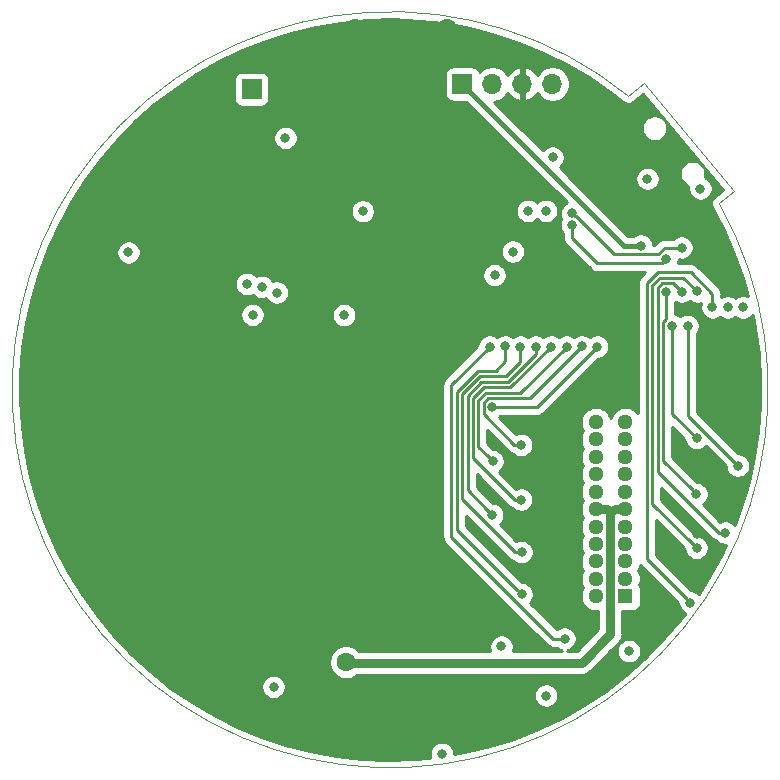
<source format=gbr>
G04 #@! TF.GenerationSoftware,KiCad,Pcbnew,(5.1.5)-3*
G04 #@! TF.CreationDate,2021-12-20T00:15:42-08:00*
G04 #@! TF.ProjectId,watch_v1,77617463-685f-4763-912e-6b696361645f,rev?*
G04 #@! TF.SameCoordinates,Original*
G04 #@! TF.FileFunction,Copper,L3,Inr*
G04 #@! TF.FilePolarity,Positive*
%FSLAX46Y46*%
G04 Gerber Fmt 4.6, Leading zero omitted, Abs format (unit mm)*
G04 Created by KiCad (PCBNEW (5.1.5)-3) date 2021-12-20 00:15:42*
%MOMM*%
%LPD*%
G04 APERTURE LIST*
%ADD10C,0.050000*%
%ADD11O,1.300000X1.300000*%
%ADD12R,1.300000X1.300000*%
%ADD13O,1.700000X1.700000*%
%ADD14R,1.700000X1.700000*%
%ADD15C,5.000000*%
%ADD16C,0.800000*%
%ADD17C,1.600200*%
%ADD18C,0.381000*%
%ADD19C,0.254000*%
%ADD20C,0.762000*%
G04 APERTURE END LIST*
D10*
X155752624Y-53294380D02*
G75*
G02X148089479Y-44241041I-27838224J-15793620D01*
G01*
X155752800Y-53294280D02*
X157038040Y-52242720D01*
X149407880Y-43159680D02*
X157038040Y-52242720D01*
X148089480Y-44241040D02*
X149407880Y-43159680D01*
D11*
X145333360Y-71823360D03*
X147833360Y-71823360D03*
X145333360Y-73298360D03*
X147833360Y-73298360D03*
X145333360Y-74773360D03*
X147833360Y-74773360D03*
X145333360Y-76248360D03*
X147833360Y-76248360D03*
X145333360Y-77723360D03*
X147833360Y-77723360D03*
X145333360Y-79198360D03*
X147833360Y-79198360D03*
X145333360Y-80673360D03*
X147833360Y-80673360D03*
X145333360Y-82148360D03*
X147833360Y-82148360D03*
X145333360Y-83623360D03*
X147833360Y-83623360D03*
X145333360Y-85098360D03*
X147833360Y-85098360D03*
X145333360Y-86573360D03*
D12*
X147833360Y-86573360D03*
D13*
X141655800Y-43205400D03*
X139115800Y-43205400D03*
X136575800Y-43205400D03*
D14*
X134035800Y-43205400D03*
D13*
X118719600Y-43637200D03*
D14*
X116179600Y-43637200D03*
D15*
X100787200Y-60568840D03*
D16*
X115786400Y-60128400D03*
X125590800Y-53981600D03*
D17*
X120617480Y-67281040D03*
X123157480Y-77451200D03*
X120617480Y-77451200D03*
X123157480Y-67281040D03*
X124857260Y-45229520D03*
X127397260Y-45229520D03*
X129937260Y-45229520D03*
X100190040Y-67628020D03*
X100190040Y-65088020D03*
X100190040Y-70168020D03*
X100134160Y-75715380D03*
X100134160Y-80795380D03*
X100134160Y-78255380D03*
X105601000Y-50705000D03*
X102425240Y-67628020D03*
X102425240Y-65088020D03*
X102425240Y-70168020D03*
X110173000Y-45701200D03*
X102369360Y-80795380D03*
X102369360Y-78255380D03*
X102369360Y-75715380D03*
X113119400Y-67281040D03*
X115659400Y-67281040D03*
X113119400Y-77451200D03*
X115659400Y-77451200D03*
X107610140Y-58713620D03*
X107610140Y-56173620D03*
X107836200Y-50705000D03*
X107836200Y-48165000D03*
D16*
X121298200Y-52991000D03*
X121298200Y-55531000D03*
X119723400Y-60560200D03*
X121272800Y-58045600D03*
X139688000Y-52496400D03*
X149533360Y-55026560D03*
X147711160Y-65923160D03*
X146771360Y-66553080D03*
X143459200Y-69946520D03*
X155366720Y-82031840D03*
X155366720Y-83185000D03*
X153857960Y-81285080D03*
X152166320Y-88463120D03*
X155635960Y-76916280D03*
X156707840Y-76880720D03*
X157784800Y-76865480D03*
D17*
X157058360Y-71104760D03*
X157104080Y-65831720D03*
X145491200Y-47081440D03*
X145491200Y-44653200D03*
D16*
X138181080Y-74777600D03*
X138165840Y-79375000D03*
X128315720Y-49443640D03*
X128325880Y-50601880D03*
X150174960Y-85542120D03*
X151480520Y-89275920D03*
X125436480Y-50295960D03*
X151246840Y-48895000D03*
X147873720Y-49687480D03*
X146161760Y-93385640D03*
X147228560Y-92471240D03*
D17*
X124907040Y-38484480D03*
X128818640Y-38484480D03*
X132730240Y-38484480D03*
D16*
X105753400Y-57461400D03*
X117056400Y-60382400D03*
X118326400Y-60865000D03*
X118047000Y-94240600D03*
X116269000Y-62744600D03*
X124021080Y-62780160D03*
X149138640Y-56896000D03*
X143316960Y-55158640D03*
X151303596Y-57987324D03*
X143322040Y-54157880D03*
X152587960Y-57058560D03*
X141086840Y-53954680D03*
X149697440Y-51226720D03*
X139562840Y-53954680D03*
X154172920Y-52054760D03*
X136753600Y-59395360D03*
X132295900Y-99910900D03*
X141674600Y-49428400D03*
X119049800Y-47777400D03*
D17*
X124170440Y-92166440D03*
D16*
X141538920Y-65435520D03*
X139009080Y-78399600D03*
X156286160Y-81193680D03*
X152608240Y-60787320D03*
X142849560Y-65445680D03*
X136580920Y-75143320D03*
X136342080Y-65435520D03*
X142680640Y-90169960D03*
X153847840Y-77922160D03*
X151292520Y-60787320D03*
X157789840Y-62113200D03*
X141123120Y-94985480D03*
X137647640Y-65430440D03*
X139034480Y-86405680D03*
X144144960Y-65425360D03*
X138998920Y-73756480D03*
X148122600Y-91227960D03*
X156499520Y-62113200D03*
X157342880Y-75524400D03*
X153096878Y-63672720D03*
X145445440Y-65445680D03*
X136555520Y-70535760D03*
X138943040Y-65440600D03*
X139034480Y-82834440D03*
X153852920Y-73197760D03*
X151775160Y-63672720D03*
X153334680Y-87116960D03*
X155204120Y-62118280D03*
X140238440Y-65440600D03*
X136545360Y-79689920D03*
X153858000Y-82484000D03*
X153908720Y-60772080D03*
X137327640Y-90830400D03*
X138292840Y-57404000D03*
D18*
X147726400Y-56896000D02*
X149138640Y-56896000D01*
X134035800Y-43205400D02*
X147726400Y-56896000D01*
D19*
X150903597Y-58387323D02*
X145448363Y-58387323D01*
X151303596Y-57987324D02*
X150903597Y-58387323D01*
X143316960Y-56255920D02*
X143316960Y-55118000D01*
X145448363Y-58387323D02*
X143316960Y-56255920D01*
X152587960Y-57058560D02*
X151156398Y-57058560D01*
X150591957Y-57623001D02*
X146897923Y-57623001D01*
X146897923Y-57623001D02*
X143665921Y-54390999D01*
X143555159Y-54390999D02*
X143322040Y-54157880D01*
X151156398Y-57058560D02*
X150591957Y-57623001D01*
X143665921Y-54390999D02*
X143555159Y-54390999D01*
D20*
X146564361Y-79548121D02*
X146914122Y-79198360D01*
X146564361Y-89772761D02*
X146564361Y-79548121D01*
X144133241Y-92203881D02*
X146564361Y-89772761D01*
X146914122Y-79198360D02*
X147833360Y-79198360D01*
X124588881Y-92203881D02*
X144133241Y-92203881D01*
X146252598Y-79198360D02*
X145333360Y-79198360D01*
X146564361Y-79510123D02*
X146252598Y-79198360D01*
X146564361Y-79548121D02*
X146564361Y-79510123D01*
D19*
X138443395Y-78399600D02*
X139009080Y-78399600D01*
X134920499Y-74876704D02*
X138443395Y-78399600D01*
X134920499Y-69810685D02*
X134920499Y-74876704D01*
X135830445Y-68900739D02*
X134920499Y-69810685D01*
X138073701Y-68900739D02*
X135830445Y-68900739D01*
X141538920Y-65435520D02*
X138073701Y-68900739D01*
X155720475Y-81193680D02*
X150594149Y-76067354D01*
X156286160Y-81193680D02*
X155720475Y-81193680D01*
X152208241Y-60387321D02*
X152608240Y-60787320D01*
X151881239Y-60060319D02*
X152208241Y-60387321D01*
X150943559Y-60060319D02*
X151881239Y-60060319D01*
X150565519Y-61136281D02*
X150565519Y-60438359D01*
X150565519Y-60438359D02*
X150943559Y-60060319D01*
X150594149Y-61164911D02*
X150565519Y-61136281D01*
X150594149Y-76067354D02*
X150594149Y-61164911D01*
X136180921Y-74743321D02*
X136580920Y-75143320D01*
X135374509Y-69998742D02*
X135374509Y-73936909D01*
X136018502Y-69354749D02*
X135374509Y-69998742D01*
X138940491Y-69354749D02*
X136018502Y-69354749D01*
X135374509Y-73936909D02*
X136180921Y-74743321D01*
X142849560Y-65445680D02*
X138940491Y-69354749D01*
X141722798Y-90169960D02*
X142680640Y-90169960D01*
X133104459Y-81551621D02*
X141722798Y-90169960D01*
X136342080Y-65435520D02*
X133104459Y-68673141D01*
X133104459Y-68673141D02*
X133104459Y-81551621D01*
X153447841Y-77522161D02*
X153847840Y-77922160D01*
X151292520Y-63079398D02*
X151048159Y-63323759D01*
X151048159Y-75122479D02*
X153447841Y-77522161D01*
X151048159Y-63323759D02*
X151048159Y-75122479D01*
X151292520Y-60787320D02*
X151292520Y-63079398D01*
X137647640Y-65430440D02*
X137647640Y-66688944D01*
X137647640Y-66688944D02*
X136850120Y-67486464D01*
X133558469Y-80929669D02*
X138634481Y-86005681D01*
X133558469Y-69246514D02*
X133558469Y-80929669D01*
X138634481Y-86005681D02*
X139034480Y-86405680D01*
X135318520Y-67486464D02*
X133558469Y-69246514D01*
X136850120Y-67486464D02*
X135318520Y-67486464D01*
X138433235Y-73756480D02*
X138998920Y-73756480D01*
X135828519Y-70186799D02*
X135828519Y-71151764D01*
X136206559Y-69808759D02*
X135828519Y-70186799D01*
X135828519Y-71151764D02*
X138433235Y-73756480D01*
X139761561Y-69808759D02*
X136206559Y-69808759D01*
X144144960Y-65425360D02*
X139761561Y-69808759D01*
X153096878Y-71278398D02*
X157342880Y-75524400D01*
X153096878Y-63672720D02*
X153096878Y-71278398D01*
X140355360Y-70535760D02*
X136555520Y-70535760D01*
X145445440Y-65445680D02*
X140355360Y-70535760D01*
X138943040Y-65440600D02*
X138943040Y-66747268D01*
X138943040Y-66747268D02*
X137749834Y-67940474D01*
X134012479Y-69434571D02*
X134012479Y-78378124D01*
X138468795Y-82834440D02*
X139034480Y-82834440D01*
X134012479Y-78378124D02*
X138468795Y-82834440D01*
X135506577Y-67940474D02*
X134012479Y-69434571D01*
X137749834Y-67940474D02*
X135506577Y-67940474D01*
X151775160Y-71120000D02*
X153852920Y-73197760D01*
X151775160Y-63672720D02*
X151775160Y-71120000D01*
X152934681Y-86716961D02*
X153334680Y-87116960D01*
X149657499Y-83439779D02*
X152934681Y-86716961D01*
X150567445Y-59152299D02*
X149657499Y-60062245D01*
X149657499Y-60062245D02*
X149657499Y-83439779D01*
X153364901Y-59152299D02*
X150567445Y-59152299D01*
X155204120Y-60991518D02*
X153364901Y-59152299D01*
X155204120Y-62118280D02*
X155204120Y-60991518D01*
X140238440Y-65440600D02*
X140238440Y-66093934D01*
X136145361Y-79289921D02*
X136545360Y-79689920D01*
X134466489Y-77611049D02*
X136145361Y-79289921D01*
X134466489Y-69622628D02*
X134466489Y-77611049D01*
X135642388Y-68446729D02*
X134466489Y-69622628D01*
X137885645Y-68446729D02*
X135642388Y-68446729D01*
X140238440Y-66093934D02*
X137885645Y-68446729D01*
X153458001Y-82084001D02*
X153858000Y-82484000D01*
X150111509Y-78737509D02*
X153458001Y-82084001D01*
X150111509Y-60250302D02*
X150111509Y-78737509D01*
X150755502Y-59606309D02*
X150111509Y-60250302D01*
X152742949Y-59606309D02*
X150755502Y-59606309D01*
X153908720Y-60772080D02*
X152742949Y-59606309D01*
G36*
X130336797Y-37835813D02*
G01*
X132510936Y-38080920D01*
X134662679Y-38477088D01*
X136781552Y-39022392D01*
X138857227Y-39714174D01*
X140879584Y-40549059D01*
X142838783Y-41522986D01*
X144725263Y-42631204D01*
X146533072Y-43870529D01*
X147652279Y-44737235D01*
X147668611Y-44753576D01*
X147722714Y-44789748D01*
X147722765Y-44789785D01*
X147722818Y-44789818D01*
X147776689Y-44825835D01*
X147896786Y-44875621D01*
X148024290Y-44901020D01*
X148154298Y-44901057D01*
X148281815Y-44875730D01*
X148401941Y-44826012D01*
X148482969Y-44771904D01*
X149322089Y-44083653D01*
X156102630Y-52155296D01*
X155309773Y-52803998D01*
X155281696Y-52831991D01*
X155281332Y-52832337D01*
X155281160Y-52832525D01*
X155240774Y-52872790D01*
X155168384Y-52980780D01*
X155118453Y-53100818D01*
X155108254Y-53151692D01*
X155108100Y-53152292D01*
X155107716Y-53154378D01*
X155092899Y-53228290D01*
X155092814Y-53285378D01*
X155092643Y-53289401D01*
X155092799Y-53295113D01*
X155092705Y-53358298D01*
X155104968Y-53420434D01*
X155106029Y-53426728D01*
X155107024Y-53430852D01*
X155117878Y-53485846D01*
X155145994Y-53554013D01*
X155147677Y-53558270D01*
X155148207Y-53559378D01*
X155167450Y-53606032D01*
X155182938Y-53629287D01*
X156190787Y-55559765D01*
X157065590Y-57565185D01*
X157798366Y-59626726D01*
X158229754Y-61175143D01*
X158091738Y-61117974D01*
X157891779Y-61078200D01*
X157687901Y-61078200D01*
X157487942Y-61117974D01*
X157299584Y-61195995D01*
X157144680Y-61299498D01*
X156989776Y-61195995D01*
X156801418Y-61117974D01*
X156601459Y-61078200D01*
X156397581Y-61078200D01*
X156197622Y-61117974D01*
X156009264Y-61195995D01*
X155966120Y-61224823D01*
X155966120Y-61028940D01*
X155969806Y-60991517D01*
X155964760Y-60940281D01*
X155955094Y-60842140D01*
X155911522Y-60698503D01*
X155840765Y-60566126D01*
X155745542Y-60450096D01*
X155716472Y-60426239D01*
X153930185Y-58639953D01*
X153906323Y-58610877D01*
X153790293Y-58515654D01*
X153657916Y-58444897D01*
X153514279Y-58401325D01*
X153402327Y-58390299D01*
X153402324Y-58390299D01*
X153364901Y-58386613D01*
X153327478Y-58390299D01*
X152256954Y-58390299D01*
X152298822Y-58289222D01*
X152338596Y-58089263D01*
X152338596Y-58064236D01*
X152486021Y-58093560D01*
X152689899Y-58093560D01*
X152889858Y-58053786D01*
X153078216Y-57975765D01*
X153247734Y-57862497D01*
X153391897Y-57718334D01*
X153505165Y-57548816D01*
X153583186Y-57360458D01*
X153622960Y-57160499D01*
X153622960Y-56956621D01*
X153583186Y-56756662D01*
X153505165Y-56568304D01*
X153391897Y-56398786D01*
X153247734Y-56254623D01*
X153078216Y-56141355D01*
X152889858Y-56063334D01*
X152689899Y-56023560D01*
X152486021Y-56023560D01*
X152286062Y-56063334D01*
X152097704Y-56141355D01*
X151928186Y-56254623D01*
X151886249Y-56296560D01*
X151193820Y-56296560D01*
X151156397Y-56292874D01*
X151118974Y-56296560D01*
X151118972Y-56296560D01*
X151007020Y-56307586D01*
X150863383Y-56351158D01*
X150731006Y-56421915D01*
X150614976Y-56517138D01*
X150591118Y-56546209D01*
X150276327Y-56861001D01*
X150173640Y-56861001D01*
X150173640Y-56794061D01*
X150133866Y-56594102D01*
X150055845Y-56405744D01*
X149942577Y-56236226D01*
X149798414Y-56092063D01*
X149628896Y-55978795D01*
X149440538Y-55900774D01*
X149240579Y-55861000D01*
X149036701Y-55861000D01*
X148836742Y-55900774D01*
X148648384Y-55978795D01*
X148511137Y-56070500D01*
X148068333Y-56070500D01*
X143122614Y-51124781D01*
X148662440Y-51124781D01*
X148662440Y-51328659D01*
X148702214Y-51528618D01*
X148780235Y-51716976D01*
X148893503Y-51886494D01*
X149037666Y-52030657D01*
X149207184Y-52143925D01*
X149395542Y-52221946D01*
X149595501Y-52261720D01*
X149799379Y-52261720D01*
X149999338Y-52221946D01*
X150187696Y-52143925D01*
X150357214Y-52030657D01*
X150501377Y-51886494D01*
X150614645Y-51716976D01*
X150692666Y-51528618D01*
X150732440Y-51328659D01*
X150732440Y-51124781D01*
X150692666Y-50924822D01*
X150614645Y-50736464D01*
X150575480Y-50677848D01*
X152429209Y-50677848D01*
X152429209Y-50891574D01*
X152470905Y-51101194D01*
X152552694Y-51298651D01*
X152671434Y-51476358D01*
X152822562Y-51627486D01*
X153000269Y-51746226D01*
X153165408Y-51814628D01*
X153137920Y-51952821D01*
X153137920Y-52156699D01*
X153177694Y-52356658D01*
X153255715Y-52545016D01*
X153368983Y-52714534D01*
X153513146Y-52858697D01*
X153682664Y-52971965D01*
X153871022Y-53049986D01*
X154070981Y-53089760D01*
X154274859Y-53089760D01*
X154474818Y-53049986D01*
X154663176Y-52971965D01*
X154832694Y-52858697D01*
X154976857Y-52714534D01*
X155090125Y-52545016D01*
X155168146Y-52356658D01*
X155207920Y-52156699D01*
X155207920Y-51952821D01*
X155168146Y-51752862D01*
X155090125Y-51564504D01*
X154976857Y-51394986D01*
X154832694Y-51250823D01*
X154663176Y-51137555D01*
X154558874Y-51094351D01*
X154599209Y-50891574D01*
X154599209Y-50677848D01*
X154557513Y-50468228D01*
X154475724Y-50270771D01*
X154356984Y-50093064D01*
X154205856Y-49941936D01*
X154028149Y-49823196D01*
X153830692Y-49741407D01*
X153621072Y-49699711D01*
X153407346Y-49699711D01*
X153197726Y-49741407D01*
X153000269Y-49823196D01*
X152822562Y-49941936D01*
X152671434Y-50093064D01*
X152552694Y-50270771D01*
X152470905Y-50468228D01*
X152429209Y-50677848D01*
X150575480Y-50677848D01*
X150501377Y-50566946D01*
X150357214Y-50422783D01*
X150187696Y-50309515D01*
X149999338Y-50231494D01*
X149799379Y-50191720D01*
X149595501Y-50191720D01*
X149395542Y-50231494D01*
X149207184Y-50309515D01*
X149037666Y-50422783D01*
X148893503Y-50566946D01*
X148780235Y-50736464D01*
X148702214Y-50924822D01*
X148662440Y-51124781D01*
X143122614Y-51124781D01*
X142271908Y-50274075D01*
X142334374Y-50232337D01*
X142478537Y-50088174D01*
X142591805Y-49918656D01*
X142669826Y-49730298D01*
X142709600Y-49530339D01*
X142709600Y-49326461D01*
X142669826Y-49126502D01*
X142591805Y-48938144D01*
X142478537Y-48768626D01*
X142334374Y-48624463D01*
X142164856Y-48511195D01*
X141976498Y-48433174D01*
X141776539Y-48393400D01*
X141572661Y-48393400D01*
X141372702Y-48433174D01*
X141184344Y-48511195D01*
X141014826Y-48624463D01*
X140870663Y-48768626D01*
X140828925Y-48831092D01*
X138845459Y-46847626D01*
X149215271Y-46847626D01*
X149215271Y-47061352D01*
X149256967Y-47270972D01*
X149338756Y-47468429D01*
X149457496Y-47646136D01*
X149608624Y-47797264D01*
X149786331Y-47916004D01*
X149983788Y-47997793D01*
X150193408Y-48039489D01*
X150407134Y-48039489D01*
X150616754Y-47997793D01*
X150814211Y-47916004D01*
X150991918Y-47797264D01*
X151143046Y-47646136D01*
X151261786Y-47468429D01*
X151343575Y-47270972D01*
X151385271Y-47061352D01*
X151385271Y-46847626D01*
X151343575Y-46638006D01*
X151261786Y-46440549D01*
X151143046Y-46262842D01*
X150991918Y-46111714D01*
X150814211Y-45992974D01*
X150616754Y-45911185D01*
X150407134Y-45869489D01*
X150193408Y-45869489D01*
X149983788Y-45911185D01*
X149786331Y-45992974D01*
X149608624Y-46111714D01*
X149457496Y-46262842D01*
X149338756Y-46440549D01*
X149256967Y-46638006D01*
X149215271Y-46847626D01*
X138845459Y-46847626D01*
X136688232Y-44690400D01*
X136722060Y-44690400D01*
X137008958Y-44633332D01*
X137279211Y-44521390D01*
X137522432Y-44358875D01*
X137729275Y-44152032D01*
X137850995Y-43969866D01*
X137920622Y-44086755D01*
X138115531Y-44302988D01*
X138348880Y-44477041D01*
X138611701Y-44602225D01*
X138758910Y-44646876D01*
X138988800Y-44525555D01*
X138988800Y-43332400D01*
X138968800Y-43332400D01*
X138968800Y-43078400D01*
X138988800Y-43078400D01*
X138988800Y-41885245D01*
X139242800Y-41885245D01*
X139242800Y-43078400D01*
X139262800Y-43078400D01*
X139262800Y-43332400D01*
X139242800Y-43332400D01*
X139242800Y-44525555D01*
X139472690Y-44646876D01*
X139619899Y-44602225D01*
X139882720Y-44477041D01*
X140116069Y-44302988D01*
X140310978Y-44086755D01*
X140380605Y-43969866D01*
X140502325Y-44152032D01*
X140709168Y-44358875D01*
X140952389Y-44521390D01*
X141222642Y-44633332D01*
X141509540Y-44690400D01*
X141802060Y-44690400D01*
X142088958Y-44633332D01*
X142359211Y-44521390D01*
X142602432Y-44358875D01*
X142809275Y-44152032D01*
X142971790Y-43908811D01*
X143083732Y-43638558D01*
X143140800Y-43351660D01*
X143140800Y-43059140D01*
X143083732Y-42772242D01*
X142971790Y-42501989D01*
X142809275Y-42258768D01*
X142602432Y-42051925D01*
X142359211Y-41889410D01*
X142088958Y-41777468D01*
X141802060Y-41720400D01*
X141509540Y-41720400D01*
X141222642Y-41777468D01*
X140952389Y-41889410D01*
X140709168Y-42051925D01*
X140502325Y-42258768D01*
X140380605Y-42440934D01*
X140310978Y-42324045D01*
X140116069Y-42107812D01*
X139882720Y-41933759D01*
X139619899Y-41808575D01*
X139472690Y-41763924D01*
X139242800Y-41885245D01*
X138988800Y-41885245D01*
X138758910Y-41763924D01*
X138611701Y-41808575D01*
X138348880Y-41933759D01*
X138115531Y-42107812D01*
X137920622Y-42324045D01*
X137850995Y-42440934D01*
X137729275Y-42258768D01*
X137522432Y-42051925D01*
X137279211Y-41889410D01*
X137008958Y-41777468D01*
X136722060Y-41720400D01*
X136429540Y-41720400D01*
X136142642Y-41777468D01*
X135872389Y-41889410D01*
X135629168Y-42051925D01*
X135497313Y-42183780D01*
X135475302Y-42111220D01*
X135416337Y-42000906D01*
X135336985Y-41904215D01*
X135240294Y-41824863D01*
X135129980Y-41765898D01*
X135010282Y-41729588D01*
X134885800Y-41717328D01*
X133185800Y-41717328D01*
X133061318Y-41729588D01*
X132941620Y-41765898D01*
X132831306Y-41824863D01*
X132734615Y-41904215D01*
X132655263Y-42000906D01*
X132596298Y-42111220D01*
X132559988Y-42230918D01*
X132547728Y-42355400D01*
X132547728Y-44055400D01*
X132559988Y-44179882D01*
X132596298Y-44299580D01*
X132655263Y-44409894D01*
X132734615Y-44506585D01*
X132831306Y-44585937D01*
X132941620Y-44644902D01*
X133061318Y-44681212D01*
X133185800Y-44693472D01*
X134356440Y-44693472D01*
X142882595Y-53219628D01*
X142831784Y-53240675D01*
X142662266Y-53353943D01*
X142518103Y-53498106D01*
X142404835Y-53667624D01*
X142326814Y-53855982D01*
X142287040Y-54055941D01*
X142287040Y-54259819D01*
X142326814Y-54459778D01*
X142404835Y-54648136D01*
X142409060Y-54654459D01*
X142399755Y-54668384D01*
X142321734Y-54856742D01*
X142281960Y-55056701D01*
X142281960Y-55260579D01*
X142321734Y-55460538D01*
X142399755Y-55648896D01*
X142513023Y-55818414D01*
X142554960Y-55860351D01*
X142554960Y-56218496D01*
X142551274Y-56255920D01*
X142554960Y-56293343D01*
X142554960Y-56293345D01*
X142565986Y-56405297D01*
X142609558Y-56548934D01*
X142620421Y-56569257D01*
X142680315Y-56681312D01*
X142705792Y-56712355D01*
X142775538Y-56797342D01*
X142804614Y-56821204D01*
X144883084Y-58899675D01*
X144906941Y-58928745D01*
X145022971Y-59023968D01*
X145155348Y-59094725D01*
X145298985Y-59138297D01*
X145410937Y-59149323D01*
X145410939Y-59149323D01*
X145448362Y-59153009D01*
X145485785Y-59149323D01*
X149492791Y-59149323D01*
X149145153Y-59496961D01*
X149116077Y-59520823D01*
X149068972Y-59578221D01*
X149020854Y-59636853D01*
X148991757Y-59691291D01*
X148950097Y-59769231D01*
X148906525Y-59912868D01*
X148896131Y-60018406D01*
X148891813Y-60062245D01*
X148895499Y-60099668D01*
X148895499Y-71100024D01*
X148831485Y-71004220D01*
X148652500Y-70825235D01*
X148442036Y-70684607D01*
X148208181Y-70587741D01*
X147959921Y-70538360D01*
X147706799Y-70538360D01*
X147458539Y-70587741D01*
X147224684Y-70684607D01*
X147014220Y-70825235D01*
X146835235Y-71004220D01*
X146694607Y-71214684D01*
X146597741Y-71448539D01*
X146583360Y-71520839D01*
X146568979Y-71448539D01*
X146472113Y-71214684D01*
X146331485Y-71004220D01*
X146152500Y-70825235D01*
X145942036Y-70684607D01*
X145708181Y-70587741D01*
X145459921Y-70538360D01*
X145206799Y-70538360D01*
X144958539Y-70587741D01*
X144724684Y-70684607D01*
X144514220Y-70825235D01*
X144335235Y-71004220D01*
X144194607Y-71214684D01*
X144097741Y-71448539D01*
X144048360Y-71696799D01*
X144048360Y-71949921D01*
X144097741Y-72198181D01*
X144194607Y-72432036D01*
X144280685Y-72560860D01*
X144194607Y-72689684D01*
X144097741Y-72923539D01*
X144048360Y-73171799D01*
X144048360Y-73424921D01*
X144097741Y-73673181D01*
X144194607Y-73907036D01*
X144280685Y-74035860D01*
X144194607Y-74164684D01*
X144097741Y-74398539D01*
X144048360Y-74646799D01*
X144048360Y-74899921D01*
X144097741Y-75148181D01*
X144194607Y-75382036D01*
X144280685Y-75510860D01*
X144194607Y-75639684D01*
X144097741Y-75873539D01*
X144048360Y-76121799D01*
X144048360Y-76374921D01*
X144097741Y-76623181D01*
X144194607Y-76857036D01*
X144280685Y-76985860D01*
X144194607Y-77114684D01*
X144097741Y-77348539D01*
X144048360Y-77596799D01*
X144048360Y-77849921D01*
X144097741Y-78098181D01*
X144194607Y-78332036D01*
X144280685Y-78460860D01*
X144194607Y-78589684D01*
X144097741Y-78823539D01*
X144048360Y-79071799D01*
X144048360Y-79324921D01*
X144097741Y-79573181D01*
X144194607Y-79807036D01*
X144280685Y-79935860D01*
X144194607Y-80064684D01*
X144097741Y-80298539D01*
X144048360Y-80546799D01*
X144048360Y-80799921D01*
X144097741Y-81048181D01*
X144194607Y-81282036D01*
X144280685Y-81410860D01*
X144194607Y-81539684D01*
X144097741Y-81773539D01*
X144048360Y-82021799D01*
X144048360Y-82274921D01*
X144097741Y-82523181D01*
X144194607Y-82757036D01*
X144280685Y-82885860D01*
X144194607Y-83014684D01*
X144097741Y-83248539D01*
X144048360Y-83496799D01*
X144048360Y-83749921D01*
X144097741Y-83998181D01*
X144194607Y-84232036D01*
X144280685Y-84360860D01*
X144194607Y-84489684D01*
X144097741Y-84723539D01*
X144048360Y-84971799D01*
X144048360Y-85224921D01*
X144097741Y-85473181D01*
X144194607Y-85707036D01*
X144280685Y-85835860D01*
X144194607Y-85964684D01*
X144097741Y-86198539D01*
X144048360Y-86446799D01*
X144048360Y-86699921D01*
X144097741Y-86948181D01*
X144194607Y-87182036D01*
X144335235Y-87392500D01*
X144514220Y-87571485D01*
X144724684Y-87712113D01*
X144958539Y-87808979D01*
X145206799Y-87858360D01*
X145459921Y-87858360D01*
X145548361Y-87840769D01*
X145548361Y-89351920D01*
X143712401Y-91187881D01*
X142868442Y-91187881D01*
X142982538Y-91165186D01*
X143170896Y-91087165D01*
X143340414Y-90973897D01*
X143484577Y-90829734D01*
X143597845Y-90660216D01*
X143675866Y-90471858D01*
X143715640Y-90271899D01*
X143715640Y-90068021D01*
X143675866Y-89868062D01*
X143597845Y-89679704D01*
X143484577Y-89510186D01*
X143340414Y-89366023D01*
X143170896Y-89252755D01*
X142982538Y-89174734D01*
X142782579Y-89134960D01*
X142578701Y-89134960D01*
X142378742Y-89174734D01*
X142190384Y-89252755D01*
X142020866Y-89366023D01*
X142008679Y-89378210D01*
X139767170Y-87136701D01*
X139838417Y-87065454D01*
X139951685Y-86895936D01*
X140029706Y-86707578D01*
X140069480Y-86507619D01*
X140069480Y-86303741D01*
X140029706Y-86103782D01*
X139951685Y-85915424D01*
X139838417Y-85745906D01*
X139694254Y-85601743D01*
X139524736Y-85488475D01*
X139336378Y-85410454D01*
X139136419Y-85370680D01*
X139077111Y-85370680D01*
X134320469Y-80614039D01*
X134320469Y-79763744D01*
X137903511Y-83346786D01*
X137927373Y-83375862D01*
X137979033Y-83418258D01*
X138043402Y-83471085D01*
X138083011Y-83492256D01*
X138175780Y-83541842D01*
X138319417Y-83585414D01*
X138321997Y-83585668D01*
X138374706Y-83638377D01*
X138544224Y-83751645D01*
X138732582Y-83829666D01*
X138932541Y-83869440D01*
X139136419Y-83869440D01*
X139336378Y-83829666D01*
X139524736Y-83751645D01*
X139694254Y-83638377D01*
X139838417Y-83494214D01*
X139951685Y-83324696D01*
X140029706Y-83136338D01*
X140069480Y-82936379D01*
X140069480Y-82732501D01*
X140029706Y-82532542D01*
X139951685Y-82344184D01*
X139838417Y-82174666D01*
X139694254Y-82030503D01*
X139524736Y-81917235D01*
X139336378Y-81839214D01*
X139136419Y-81799440D01*
X138932541Y-81799440D01*
X138732582Y-81839214D01*
X138604325Y-81892340D01*
X137205488Y-80493503D01*
X137349297Y-80349694D01*
X137462565Y-80180176D01*
X137540586Y-79991818D01*
X137580360Y-79791859D01*
X137580360Y-79587981D01*
X137540586Y-79388022D01*
X137462565Y-79199664D01*
X137349297Y-79030146D01*
X137205134Y-78885983D01*
X137035616Y-78772715D01*
X136847258Y-78694694D01*
X136647299Y-78654920D01*
X136587990Y-78654920D01*
X135228489Y-77295419D01*
X135228489Y-76262324D01*
X137878116Y-78911952D01*
X137901973Y-78941022D01*
X138018003Y-79036245D01*
X138150380Y-79107002D01*
X138294017Y-79150574D01*
X138296597Y-79150828D01*
X138349306Y-79203537D01*
X138518824Y-79316805D01*
X138707182Y-79394826D01*
X138907141Y-79434600D01*
X139111019Y-79434600D01*
X139310978Y-79394826D01*
X139499336Y-79316805D01*
X139668854Y-79203537D01*
X139813017Y-79059374D01*
X139926285Y-78889856D01*
X140004306Y-78701498D01*
X140044080Y-78501539D01*
X140044080Y-78297661D01*
X140004306Y-78097702D01*
X139926285Y-77909344D01*
X139813017Y-77739826D01*
X139668854Y-77595663D01*
X139499336Y-77482395D01*
X139310978Y-77404374D01*
X139111019Y-77364600D01*
X138907141Y-77364600D01*
X138707182Y-77404374D01*
X138578926Y-77457500D01*
X137137581Y-76016155D01*
X137240694Y-75947257D01*
X137384857Y-75803094D01*
X137498125Y-75633576D01*
X137576146Y-75445218D01*
X137615920Y-75245259D01*
X137615920Y-75041381D01*
X137576146Y-74841422D01*
X137498125Y-74653064D01*
X137384857Y-74483546D01*
X137240694Y-74339383D01*
X137071176Y-74226115D01*
X136882818Y-74148094D01*
X136682859Y-74108320D01*
X136623551Y-74108320D01*
X136136509Y-73621279D01*
X136136509Y-72537384D01*
X137867951Y-74268826D01*
X137891813Y-74297902D01*
X137942358Y-74339383D01*
X138007842Y-74393125D01*
X138044828Y-74412894D01*
X138140220Y-74463882D01*
X138283857Y-74507454D01*
X138286437Y-74507708D01*
X138339146Y-74560417D01*
X138508664Y-74673685D01*
X138697022Y-74751706D01*
X138896981Y-74791480D01*
X139100859Y-74791480D01*
X139300818Y-74751706D01*
X139489176Y-74673685D01*
X139658694Y-74560417D01*
X139802857Y-74416254D01*
X139916125Y-74246736D01*
X139994146Y-74058378D01*
X140033920Y-73858419D01*
X140033920Y-73654541D01*
X139994146Y-73454582D01*
X139916125Y-73266224D01*
X139802857Y-73096706D01*
X139658694Y-72952543D01*
X139489176Y-72839275D01*
X139300818Y-72761254D01*
X139100859Y-72721480D01*
X138896981Y-72721480D01*
X138697022Y-72761254D01*
X138568765Y-72814380D01*
X137142633Y-71388248D01*
X137215294Y-71339697D01*
X137257231Y-71297760D01*
X140317937Y-71297760D01*
X140355360Y-71301446D01*
X140392783Y-71297760D01*
X140392786Y-71297760D01*
X140504738Y-71286734D01*
X140648375Y-71243162D01*
X140780752Y-71172405D01*
X140896782Y-71077182D01*
X140920644Y-71048106D01*
X145488071Y-66480680D01*
X145547379Y-66480680D01*
X145747338Y-66440906D01*
X145935696Y-66362885D01*
X146105214Y-66249617D01*
X146249377Y-66105454D01*
X146362645Y-65935936D01*
X146440666Y-65747578D01*
X146480440Y-65547619D01*
X146480440Y-65343741D01*
X146440666Y-65143782D01*
X146362645Y-64955424D01*
X146249377Y-64785906D01*
X146105214Y-64641743D01*
X145935696Y-64528475D01*
X145747338Y-64450454D01*
X145547379Y-64410680D01*
X145343501Y-64410680D01*
X145143542Y-64450454D01*
X144955184Y-64528475D01*
X144809277Y-64625966D01*
X144804734Y-64621423D01*
X144635216Y-64508155D01*
X144446858Y-64430134D01*
X144246899Y-64390360D01*
X144043021Y-64390360D01*
X143843062Y-64430134D01*
X143654704Y-64508155D01*
X143485186Y-64621423D01*
X143482677Y-64623932D01*
X143339816Y-64528475D01*
X143151458Y-64450454D01*
X142951499Y-64410680D01*
X142747621Y-64410680D01*
X142547662Y-64450454D01*
X142359304Y-64528475D01*
X142201216Y-64634105D01*
X142198694Y-64631583D01*
X142029176Y-64518315D01*
X141840818Y-64440294D01*
X141640859Y-64400520D01*
X141436981Y-64400520D01*
X141237022Y-64440294D01*
X141048664Y-64518315D01*
X140884879Y-64627753D01*
X140728696Y-64523395D01*
X140540338Y-64445374D01*
X140340379Y-64405600D01*
X140136501Y-64405600D01*
X139936542Y-64445374D01*
X139748184Y-64523395D01*
X139590740Y-64628595D01*
X139433296Y-64523395D01*
X139244938Y-64445374D01*
X139044979Y-64405600D01*
X138841101Y-64405600D01*
X138641142Y-64445374D01*
X138452784Y-64523395D01*
X138302943Y-64623515D01*
X138137896Y-64513235D01*
X137949538Y-64435214D01*
X137749579Y-64395440D01*
X137545701Y-64395440D01*
X137345742Y-64435214D01*
X137157384Y-64513235D01*
X136991059Y-64624370D01*
X136832336Y-64518315D01*
X136643978Y-64440294D01*
X136444019Y-64400520D01*
X136240141Y-64400520D01*
X136040182Y-64440294D01*
X135851824Y-64518315D01*
X135682306Y-64631583D01*
X135538143Y-64775746D01*
X135424875Y-64945264D01*
X135346854Y-65133622D01*
X135307080Y-65333581D01*
X135307080Y-65392890D01*
X132592113Y-68107857D01*
X132563037Y-68131719D01*
X132519624Y-68184619D01*
X132467814Y-68247749D01*
X132437861Y-68303788D01*
X132397057Y-68380127D01*
X132353485Y-68523764D01*
X132345605Y-68603775D01*
X132338773Y-68673141D01*
X132342459Y-68710564D01*
X132342460Y-81514188D01*
X132338773Y-81551621D01*
X132353486Y-81700999D01*
X132397058Y-81844636D01*
X132467814Y-81977013D01*
X132534778Y-82058608D01*
X132563038Y-82093043D01*
X132592108Y-82116900D01*
X141157519Y-90682312D01*
X141181376Y-90711382D01*
X141210446Y-90735239D01*
X141297405Y-90806605D01*
X141340677Y-90829734D01*
X141429783Y-90877362D01*
X141573420Y-90920934D01*
X141685372Y-90931960D01*
X141685375Y-90931960D01*
X141722798Y-90935646D01*
X141760221Y-90931960D01*
X141978929Y-90931960D01*
X142020866Y-90973897D01*
X142190384Y-91087165D01*
X142378742Y-91165186D01*
X142492838Y-91187881D01*
X138299843Y-91187881D01*
X138322866Y-91132298D01*
X138362640Y-90932339D01*
X138362640Y-90728461D01*
X138322866Y-90528502D01*
X138244845Y-90340144D01*
X138131577Y-90170626D01*
X137987414Y-90026463D01*
X137817896Y-89913195D01*
X137629538Y-89835174D01*
X137429579Y-89795400D01*
X137225701Y-89795400D01*
X137025742Y-89835174D01*
X136837384Y-89913195D01*
X136667866Y-90026463D01*
X136523703Y-90170626D01*
X136410435Y-90340144D01*
X136332414Y-90528502D01*
X136292640Y-90728461D01*
X136292640Y-90932339D01*
X136332414Y-91132298D01*
X136355437Y-91187881D01*
X125221419Y-91187881D01*
X125085263Y-91051725D01*
X124850215Y-90894671D01*
X124589043Y-90786490D01*
X124311785Y-90731340D01*
X124029095Y-90731340D01*
X123751837Y-90786490D01*
X123490665Y-90894671D01*
X123255617Y-91051725D01*
X123055725Y-91251617D01*
X122898671Y-91486665D01*
X122790490Y-91747837D01*
X122735340Y-92025095D01*
X122735340Y-92307785D01*
X122790490Y-92585043D01*
X122898671Y-92846215D01*
X123055725Y-93081263D01*
X123255617Y-93281155D01*
X123490665Y-93438209D01*
X123751837Y-93546390D01*
X124029095Y-93601540D01*
X124311785Y-93601540D01*
X124589043Y-93546390D01*
X124850215Y-93438209D01*
X125085263Y-93281155D01*
X125146537Y-93219881D01*
X144083339Y-93219881D01*
X144133241Y-93224796D01*
X144183143Y-93219881D01*
X144332412Y-93205179D01*
X144523928Y-93147083D01*
X144700431Y-93052741D01*
X144855137Y-92925777D01*
X144886953Y-92887009D01*
X146647941Y-91126021D01*
X147087600Y-91126021D01*
X147087600Y-91329899D01*
X147127374Y-91529858D01*
X147205395Y-91718216D01*
X147318663Y-91887734D01*
X147462826Y-92031897D01*
X147632344Y-92145165D01*
X147820702Y-92223186D01*
X148020661Y-92262960D01*
X148224539Y-92262960D01*
X148424498Y-92223186D01*
X148612856Y-92145165D01*
X148782374Y-92031897D01*
X148926537Y-91887734D01*
X149039805Y-91718216D01*
X149117826Y-91529858D01*
X149157600Y-91329899D01*
X149157600Y-91126021D01*
X149117826Y-90926062D01*
X149039805Y-90737704D01*
X148926537Y-90568186D01*
X148782374Y-90424023D01*
X148612856Y-90310755D01*
X148424498Y-90232734D01*
X148224539Y-90192960D01*
X148020661Y-90192960D01*
X147820702Y-90232734D01*
X147632344Y-90310755D01*
X147462826Y-90424023D01*
X147318663Y-90568186D01*
X147205395Y-90737704D01*
X147127374Y-90926062D01*
X147087600Y-91126021D01*
X146647941Y-91126021D01*
X147247494Y-90526469D01*
X147286257Y-90494657D01*
X147413221Y-90339951D01*
X147476703Y-90221184D01*
X147507563Y-90163449D01*
X147565659Y-89971932D01*
X147575747Y-89869504D01*
X147580361Y-89822663D01*
X147580361Y-89822662D01*
X147585276Y-89772761D01*
X147580361Y-89722859D01*
X147580361Y-87861432D01*
X148483360Y-87861432D01*
X148607842Y-87849172D01*
X148727540Y-87812862D01*
X148837854Y-87753897D01*
X148934545Y-87674545D01*
X149013897Y-87577854D01*
X149072862Y-87467540D01*
X149109172Y-87347842D01*
X149121432Y-87223360D01*
X149121432Y-85923360D01*
X149109172Y-85798878D01*
X149072862Y-85679180D01*
X149022600Y-85585149D01*
X149068979Y-85473181D01*
X149118360Y-85224921D01*
X149118360Y-84971799D01*
X149068979Y-84723539D01*
X148972113Y-84489684D01*
X148886035Y-84360860D01*
X148972113Y-84232036D01*
X149068979Y-83998181D01*
X149080886Y-83938319D01*
X149116078Y-83981201D01*
X149145148Y-84005058D01*
X152299680Y-87159591D01*
X152299680Y-87218899D01*
X152339454Y-87418858D01*
X152417475Y-87607216D01*
X152530743Y-87776734D01*
X152674906Y-87920897D01*
X152844424Y-88034165D01*
X152861127Y-88041084D01*
X152469051Y-88572257D01*
X151050078Y-90237648D01*
X149518403Y-91799984D01*
X147881462Y-93251683D01*
X146147253Y-94585652D01*
X144324221Y-95795395D01*
X142421228Y-96875031D01*
X140447558Y-97819291D01*
X138412839Y-98623571D01*
X136326967Y-99283958D01*
X134200117Y-99797232D01*
X133330900Y-99943747D01*
X133330900Y-99808961D01*
X133291126Y-99609002D01*
X133213105Y-99420644D01*
X133099837Y-99251126D01*
X132955674Y-99106963D01*
X132786156Y-98993695D01*
X132597798Y-98915674D01*
X132397839Y-98875900D01*
X132193961Y-98875900D01*
X131994002Y-98915674D01*
X131805644Y-98993695D01*
X131636126Y-99106963D01*
X131491963Y-99251126D01*
X131378695Y-99420644D01*
X131300674Y-99609002D01*
X131260900Y-99808961D01*
X131260900Y-100012839D01*
X131300674Y-100212798D01*
X131308807Y-100232432D01*
X129865045Y-100373174D01*
X127677939Y-100433036D01*
X125492003Y-100340187D01*
X123317864Y-100095080D01*
X121166124Y-99698912D01*
X119047235Y-99153604D01*
X116971577Y-98461828D01*
X114949211Y-97626938D01*
X112990017Y-96653014D01*
X111103547Y-95544802D01*
X109298956Y-94307683D01*
X109085950Y-94138661D01*
X117012000Y-94138661D01*
X117012000Y-94342539D01*
X117051774Y-94542498D01*
X117129795Y-94730856D01*
X117243063Y-94900374D01*
X117387226Y-95044537D01*
X117556744Y-95157805D01*
X117745102Y-95235826D01*
X117945061Y-95275600D01*
X118148939Y-95275600D01*
X118348898Y-95235826D01*
X118537256Y-95157805D01*
X118706774Y-95044537D01*
X118850937Y-94900374D01*
X118862184Y-94883541D01*
X140088120Y-94883541D01*
X140088120Y-95087419D01*
X140127894Y-95287378D01*
X140205915Y-95475736D01*
X140319183Y-95645254D01*
X140463346Y-95789417D01*
X140632864Y-95902685D01*
X140821222Y-95980706D01*
X141021181Y-96020480D01*
X141225059Y-96020480D01*
X141425018Y-95980706D01*
X141613376Y-95902685D01*
X141782894Y-95789417D01*
X141927057Y-95645254D01*
X142040325Y-95475736D01*
X142118346Y-95287378D01*
X142158120Y-95087419D01*
X142158120Y-94883541D01*
X142118346Y-94683582D01*
X142040325Y-94495224D01*
X141927057Y-94325706D01*
X141782894Y-94181543D01*
X141613376Y-94068275D01*
X141425018Y-93990254D01*
X141225059Y-93950480D01*
X141021181Y-93950480D01*
X140821222Y-93990254D01*
X140632864Y-94068275D01*
X140463346Y-94181543D01*
X140319183Y-94325706D01*
X140205915Y-94495224D01*
X140127894Y-94683582D01*
X140088120Y-94883541D01*
X118862184Y-94883541D01*
X118964205Y-94730856D01*
X119042226Y-94542498D01*
X119082000Y-94342539D01*
X119082000Y-94138661D01*
X119042226Y-93938702D01*
X118964205Y-93750344D01*
X118850937Y-93580826D01*
X118706774Y-93436663D01*
X118537256Y-93323395D01*
X118348898Y-93245374D01*
X118148939Y-93205600D01*
X117945061Y-93205600D01*
X117745102Y-93245374D01*
X117556744Y-93323395D01*
X117387226Y-93436663D01*
X117243063Y-93580826D01*
X117129795Y-93750344D01*
X117051774Y-93938702D01*
X117012000Y-94138661D01*
X109085950Y-94138661D01*
X107585070Y-92947705D01*
X105970213Y-91471472D01*
X104462282Y-89886206D01*
X103068595Y-88199597D01*
X101795970Y-86419900D01*
X100650576Y-84555742D01*
X99638013Y-82616235D01*
X98763212Y-80610820D01*
X98030434Y-78549274D01*
X97443239Y-76441605D01*
X97004505Y-74298145D01*
X96716360Y-72129296D01*
X96580207Y-69945611D01*
X96596711Y-67757763D01*
X96765792Y-65576390D01*
X97086624Y-63412137D01*
X97256257Y-62642661D01*
X115234000Y-62642661D01*
X115234000Y-62846539D01*
X115273774Y-63046498D01*
X115351795Y-63234856D01*
X115465063Y-63404374D01*
X115609226Y-63548537D01*
X115778744Y-63661805D01*
X115967102Y-63739826D01*
X116167061Y-63779600D01*
X116370939Y-63779600D01*
X116570898Y-63739826D01*
X116759256Y-63661805D01*
X116928774Y-63548537D01*
X117072937Y-63404374D01*
X117186205Y-63234856D01*
X117264226Y-63046498D01*
X117304000Y-62846539D01*
X117304000Y-62678221D01*
X122986080Y-62678221D01*
X122986080Y-62882099D01*
X123025854Y-63082058D01*
X123103875Y-63270416D01*
X123217143Y-63439934D01*
X123361306Y-63584097D01*
X123530824Y-63697365D01*
X123719182Y-63775386D01*
X123919141Y-63815160D01*
X124123019Y-63815160D01*
X124322978Y-63775386D01*
X124511336Y-63697365D01*
X124680854Y-63584097D01*
X124825017Y-63439934D01*
X124938285Y-63270416D01*
X125016306Y-63082058D01*
X125056080Y-62882099D01*
X125056080Y-62678221D01*
X125016306Y-62478262D01*
X124938285Y-62289904D01*
X124825017Y-62120386D01*
X124680854Y-61976223D01*
X124511336Y-61862955D01*
X124322978Y-61784934D01*
X124123019Y-61745160D01*
X123919141Y-61745160D01*
X123719182Y-61784934D01*
X123530824Y-61862955D01*
X123361306Y-61976223D01*
X123217143Y-62120386D01*
X123103875Y-62289904D01*
X123025854Y-62478262D01*
X122986080Y-62678221D01*
X117304000Y-62678221D01*
X117304000Y-62642661D01*
X117264226Y-62442702D01*
X117186205Y-62254344D01*
X117072937Y-62084826D01*
X116928774Y-61940663D01*
X116759256Y-61827395D01*
X116570898Y-61749374D01*
X116370939Y-61709600D01*
X116167061Y-61709600D01*
X115967102Y-61749374D01*
X115778744Y-61827395D01*
X115609226Y-61940663D01*
X115465063Y-62084826D01*
X115351795Y-62254344D01*
X115273774Y-62442702D01*
X115234000Y-62642661D01*
X97256257Y-62642661D01*
X97557651Y-61275511D01*
X97926029Y-60026461D01*
X114751400Y-60026461D01*
X114751400Y-60230339D01*
X114791174Y-60430298D01*
X114869195Y-60618656D01*
X114982463Y-60788174D01*
X115126626Y-60932337D01*
X115296144Y-61045605D01*
X115484502Y-61123626D01*
X115684461Y-61163400D01*
X115888339Y-61163400D01*
X116088298Y-61123626D01*
X116261975Y-61051686D01*
X116396626Y-61186337D01*
X116566144Y-61299605D01*
X116754502Y-61377626D01*
X116954461Y-61417400D01*
X117158339Y-61417400D01*
X117358298Y-61377626D01*
X117409869Y-61356264D01*
X117522463Y-61524774D01*
X117666626Y-61668937D01*
X117836144Y-61782205D01*
X118024502Y-61860226D01*
X118224461Y-61900000D01*
X118428339Y-61900000D01*
X118628298Y-61860226D01*
X118816656Y-61782205D01*
X118986174Y-61668937D01*
X119130337Y-61524774D01*
X119243605Y-61355256D01*
X119321626Y-61166898D01*
X119361400Y-60966939D01*
X119361400Y-60763061D01*
X119321626Y-60563102D01*
X119243605Y-60374744D01*
X119130337Y-60205226D01*
X118986174Y-60061063D01*
X118816656Y-59947795D01*
X118628298Y-59869774D01*
X118428339Y-59830000D01*
X118224461Y-59830000D01*
X118024502Y-59869774D01*
X117972931Y-59891136D01*
X117860337Y-59722626D01*
X117716174Y-59578463D01*
X117546656Y-59465195D01*
X117358298Y-59387174D01*
X117158339Y-59347400D01*
X116954461Y-59347400D01*
X116754502Y-59387174D01*
X116580825Y-59459114D01*
X116446174Y-59324463D01*
X116399717Y-59293421D01*
X135718600Y-59293421D01*
X135718600Y-59497299D01*
X135758374Y-59697258D01*
X135836395Y-59885616D01*
X135949663Y-60055134D01*
X136093826Y-60199297D01*
X136263344Y-60312565D01*
X136451702Y-60390586D01*
X136651661Y-60430360D01*
X136855539Y-60430360D01*
X137055498Y-60390586D01*
X137243856Y-60312565D01*
X137413374Y-60199297D01*
X137557537Y-60055134D01*
X137670805Y-59885616D01*
X137748826Y-59697258D01*
X137788600Y-59497299D01*
X137788600Y-59293421D01*
X137748826Y-59093462D01*
X137670805Y-58905104D01*
X137557537Y-58735586D01*
X137413374Y-58591423D01*
X137243856Y-58478155D01*
X137055498Y-58400134D01*
X136855539Y-58360360D01*
X136651661Y-58360360D01*
X136451702Y-58400134D01*
X136263344Y-58478155D01*
X136093826Y-58591423D01*
X135949663Y-58735586D01*
X135836395Y-58905104D01*
X135758374Y-59093462D01*
X135718600Y-59293421D01*
X116399717Y-59293421D01*
X116276656Y-59211195D01*
X116088298Y-59133174D01*
X115888339Y-59093400D01*
X115684461Y-59093400D01*
X115484502Y-59133174D01*
X115296144Y-59211195D01*
X115126626Y-59324463D01*
X114982463Y-59468626D01*
X114869195Y-59638144D01*
X114791174Y-59826502D01*
X114751400Y-60026461D01*
X97926029Y-60026461D01*
X98176563Y-59176983D01*
X98853657Y-57359461D01*
X104718400Y-57359461D01*
X104718400Y-57563339D01*
X104758174Y-57763298D01*
X104836195Y-57951656D01*
X104949463Y-58121174D01*
X105093626Y-58265337D01*
X105263144Y-58378605D01*
X105451502Y-58456626D01*
X105651461Y-58496400D01*
X105855339Y-58496400D01*
X106055298Y-58456626D01*
X106243656Y-58378605D01*
X106413174Y-58265337D01*
X106557337Y-58121174D01*
X106670605Y-57951656D01*
X106748626Y-57763298D01*
X106788400Y-57563339D01*
X106788400Y-57359461D01*
X106776983Y-57302061D01*
X137257840Y-57302061D01*
X137257840Y-57505939D01*
X137297614Y-57705898D01*
X137375635Y-57894256D01*
X137488903Y-58063774D01*
X137633066Y-58207937D01*
X137802584Y-58321205D01*
X137990942Y-58399226D01*
X138190901Y-58439000D01*
X138394779Y-58439000D01*
X138594738Y-58399226D01*
X138783096Y-58321205D01*
X138952614Y-58207937D01*
X139096777Y-58063774D01*
X139210045Y-57894256D01*
X139288066Y-57705898D01*
X139327840Y-57505939D01*
X139327840Y-57302061D01*
X139288066Y-57102102D01*
X139210045Y-56913744D01*
X139096777Y-56744226D01*
X138952614Y-56600063D01*
X138783096Y-56486795D01*
X138594738Y-56408774D01*
X138394779Y-56369000D01*
X138190901Y-56369000D01*
X137990942Y-56408774D01*
X137802584Y-56486795D01*
X137633066Y-56600063D01*
X137488903Y-56744226D01*
X137375635Y-56913744D01*
X137297614Y-57102102D01*
X137257840Y-57302061D01*
X106776983Y-57302061D01*
X106748626Y-57159502D01*
X106670605Y-56971144D01*
X106557337Y-56801626D01*
X106413174Y-56657463D01*
X106243656Y-56544195D01*
X106055298Y-56466174D01*
X105855339Y-56426400D01*
X105651461Y-56426400D01*
X105451502Y-56466174D01*
X105263144Y-56544195D01*
X105093626Y-56657463D01*
X104949463Y-56801626D01*
X104836195Y-56971144D01*
X104758174Y-57159502D01*
X104718400Y-57359461D01*
X98853657Y-57359461D01*
X98940369Y-57126703D01*
X99845328Y-55134707D01*
X100524841Y-53879661D01*
X124555800Y-53879661D01*
X124555800Y-54083539D01*
X124595574Y-54283498D01*
X124673595Y-54471856D01*
X124786863Y-54641374D01*
X124931026Y-54785537D01*
X125100544Y-54898805D01*
X125288902Y-54976826D01*
X125488861Y-55016600D01*
X125692739Y-55016600D01*
X125892698Y-54976826D01*
X126081056Y-54898805D01*
X126250574Y-54785537D01*
X126394737Y-54641374D01*
X126508005Y-54471856D01*
X126586026Y-54283498D01*
X126625800Y-54083539D01*
X126625800Y-53879661D01*
X126620446Y-53852741D01*
X138527840Y-53852741D01*
X138527840Y-54056619D01*
X138567614Y-54256578D01*
X138645635Y-54444936D01*
X138758903Y-54614454D01*
X138903066Y-54758617D01*
X139072584Y-54871885D01*
X139260942Y-54949906D01*
X139460901Y-54989680D01*
X139664779Y-54989680D01*
X139864738Y-54949906D01*
X140053096Y-54871885D01*
X140222614Y-54758617D01*
X140324840Y-54656391D01*
X140427066Y-54758617D01*
X140596584Y-54871885D01*
X140784942Y-54949906D01*
X140984901Y-54989680D01*
X141188779Y-54989680D01*
X141388738Y-54949906D01*
X141577096Y-54871885D01*
X141746614Y-54758617D01*
X141890777Y-54614454D01*
X142004045Y-54444936D01*
X142082066Y-54256578D01*
X142121840Y-54056619D01*
X142121840Y-53852741D01*
X142082066Y-53652782D01*
X142004045Y-53464424D01*
X141890777Y-53294906D01*
X141746614Y-53150743D01*
X141577096Y-53037475D01*
X141388738Y-52959454D01*
X141188779Y-52919680D01*
X140984901Y-52919680D01*
X140784942Y-52959454D01*
X140596584Y-53037475D01*
X140427066Y-53150743D01*
X140324840Y-53252969D01*
X140222614Y-53150743D01*
X140053096Y-53037475D01*
X139864738Y-52959454D01*
X139664779Y-52919680D01*
X139460901Y-52919680D01*
X139260942Y-52959454D01*
X139072584Y-53037475D01*
X138903066Y-53150743D01*
X138758903Y-53294906D01*
X138645635Y-53464424D01*
X138567614Y-53652782D01*
X138527840Y-53852741D01*
X126620446Y-53852741D01*
X126586026Y-53679702D01*
X126508005Y-53491344D01*
X126394737Y-53321826D01*
X126250574Y-53177663D01*
X126081056Y-53064395D01*
X125892698Y-52986374D01*
X125692739Y-52946600D01*
X125488861Y-52946600D01*
X125288902Y-52986374D01*
X125100544Y-53064395D01*
X124931026Y-53177663D01*
X124786863Y-53321826D01*
X124673595Y-53491344D01*
X124595574Y-53679702D01*
X124555800Y-53879661D01*
X100524841Y-53879661D01*
X100887023Y-53210720D01*
X102060413Y-51364047D01*
X103359749Y-49603743D01*
X104778722Y-47938352D01*
X105036453Y-47675461D01*
X118014800Y-47675461D01*
X118014800Y-47879339D01*
X118054574Y-48079298D01*
X118132595Y-48267656D01*
X118245863Y-48437174D01*
X118390026Y-48581337D01*
X118559544Y-48694605D01*
X118747902Y-48772626D01*
X118947861Y-48812400D01*
X119151739Y-48812400D01*
X119351698Y-48772626D01*
X119540056Y-48694605D01*
X119709574Y-48581337D01*
X119853737Y-48437174D01*
X119967005Y-48267656D01*
X120045026Y-48079298D01*
X120084800Y-47879339D01*
X120084800Y-47675461D01*
X120045026Y-47475502D01*
X119967005Y-47287144D01*
X119853737Y-47117626D01*
X119709574Y-46973463D01*
X119540056Y-46860195D01*
X119351698Y-46782174D01*
X119151739Y-46742400D01*
X118947861Y-46742400D01*
X118747902Y-46782174D01*
X118559544Y-46860195D01*
X118390026Y-46973463D01*
X118245863Y-47117626D01*
X118132595Y-47287144D01*
X118054574Y-47475502D01*
X118014800Y-47675461D01*
X105036453Y-47675461D01*
X106310397Y-46376016D01*
X107947338Y-44924317D01*
X109681547Y-43590348D01*
X110891857Y-42787200D01*
X114691528Y-42787200D01*
X114691528Y-44487200D01*
X114703788Y-44611682D01*
X114740098Y-44731380D01*
X114799063Y-44841694D01*
X114878415Y-44938385D01*
X114975106Y-45017737D01*
X115085420Y-45076702D01*
X115205118Y-45113012D01*
X115329600Y-45125272D01*
X117029600Y-45125272D01*
X117154082Y-45113012D01*
X117273780Y-45076702D01*
X117384094Y-45017737D01*
X117480785Y-44938385D01*
X117560137Y-44841694D01*
X117619102Y-44731380D01*
X117655412Y-44611682D01*
X117667672Y-44487200D01*
X117667672Y-42787200D01*
X117655412Y-42662718D01*
X117619102Y-42543020D01*
X117560137Y-42432706D01*
X117480785Y-42336015D01*
X117384094Y-42256663D01*
X117273780Y-42197698D01*
X117154082Y-42161388D01*
X117029600Y-42149128D01*
X115329600Y-42149128D01*
X115205118Y-42161388D01*
X115085420Y-42197698D01*
X114975106Y-42256663D01*
X114878415Y-42336015D01*
X114799063Y-42432706D01*
X114740098Y-42543020D01*
X114703788Y-42662718D01*
X114691528Y-42787200D01*
X110891857Y-42787200D01*
X111504579Y-42380605D01*
X113407572Y-41300969D01*
X115381242Y-40356709D01*
X117415961Y-39552429D01*
X119501836Y-38892041D01*
X121628696Y-38378766D01*
X123786170Y-38015104D01*
X125963757Y-37802825D01*
X128150861Y-37742964D01*
X130336797Y-37835813D01*
G37*
X130336797Y-37835813D02*
X132510936Y-38080920D01*
X134662679Y-38477088D01*
X136781552Y-39022392D01*
X138857227Y-39714174D01*
X140879584Y-40549059D01*
X142838783Y-41522986D01*
X144725263Y-42631204D01*
X146533072Y-43870529D01*
X147652279Y-44737235D01*
X147668611Y-44753576D01*
X147722714Y-44789748D01*
X147722765Y-44789785D01*
X147722818Y-44789818D01*
X147776689Y-44825835D01*
X147896786Y-44875621D01*
X148024290Y-44901020D01*
X148154298Y-44901057D01*
X148281815Y-44875730D01*
X148401941Y-44826012D01*
X148482969Y-44771904D01*
X149322089Y-44083653D01*
X156102630Y-52155296D01*
X155309773Y-52803998D01*
X155281696Y-52831991D01*
X155281332Y-52832337D01*
X155281160Y-52832525D01*
X155240774Y-52872790D01*
X155168384Y-52980780D01*
X155118453Y-53100818D01*
X155108254Y-53151692D01*
X155108100Y-53152292D01*
X155107716Y-53154378D01*
X155092899Y-53228290D01*
X155092814Y-53285378D01*
X155092643Y-53289401D01*
X155092799Y-53295113D01*
X155092705Y-53358298D01*
X155104968Y-53420434D01*
X155106029Y-53426728D01*
X155107024Y-53430852D01*
X155117878Y-53485846D01*
X155145994Y-53554013D01*
X155147677Y-53558270D01*
X155148207Y-53559378D01*
X155167450Y-53606032D01*
X155182938Y-53629287D01*
X156190787Y-55559765D01*
X157065590Y-57565185D01*
X157798366Y-59626726D01*
X158229754Y-61175143D01*
X158091738Y-61117974D01*
X157891779Y-61078200D01*
X157687901Y-61078200D01*
X157487942Y-61117974D01*
X157299584Y-61195995D01*
X157144680Y-61299498D01*
X156989776Y-61195995D01*
X156801418Y-61117974D01*
X156601459Y-61078200D01*
X156397581Y-61078200D01*
X156197622Y-61117974D01*
X156009264Y-61195995D01*
X155966120Y-61224823D01*
X155966120Y-61028940D01*
X155969806Y-60991517D01*
X155964760Y-60940281D01*
X155955094Y-60842140D01*
X155911522Y-60698503D01*
X155840765Y-60566126D01*
X155745542Y-60450096D01*
X155716472Y-60426239D01*
X153930185Y-58639953D01*
X153906323Y-58610877D01*
X153790293Y-58515654D01*
X153657916Y-58444897D01*
X153514279Y-58401325D01*
X153402327Y-58390299D01*
X153402324Y-58390299D01*
X153364901Y-58386613D01*
X153327478Y-58390299D01*
X152256954Y-58390299D01*
X152298822Y-58289222D01*
X152338596Y-58089263D01*
X152338596Y-58064236D01*
X152486021Y-58093560D01*
X152689899Y-58093560D01*
X152889858Y-58053786D01*
X153078216Y-57975765D01*
X153247734Y-57862497D01*
X153391897Y-57718334D01*
X153505165Y-57548816D01*
X153583186Y-57360458D01*
X153622960Y-57160499D01*
X153622960Y-56956621D01*
X153583186Y-56756662D01*
X153505165Y-56568304D01*
X153391897Y-56398786D01*
X153247734Y-56254623D01*
X153078216Y-56141355D01*
X152889858Y-56063334D01*
X152689899Y-56023560D01*
X152486021Y-56023560D01*
X152286062Y-56063334D01*
X152097704Y-56141355D01*
X151928186Y-56254623D01*
X151886249Y-56296560D01*
X151193820Y-56296560D01*
X151156397Y-56292874D01*
X151118974Y-56296560D01*
X151118972Y-56296560D01*
X151007020Y-56307586D01*
X150863383Y-56351158D01*
X150731006Y-56421915D01*
X150614976Y-56517138D01*
X150591118Y-56546209D01*
X150276327Y-56861001D01*
X150173640Y-56861001D01*
X150173640Y-56794061D01*
X150133866Y-56594102D01*
X150055845Y-56405744D01*
X149942577Y-56236226D01*
X149798414Y-56092063D01*
X149628896Y-55978795D01*
X149440538Y-55900774D01*
X149240579Y-55861000D01*
X149036701Y-55861000D01*
X148836742Y-55900774D01*
X148648384Y-55978795D01*
X148511137Y-56070500D01*
X148068333Y-56070500D01*
X143122614Y-51124781D01*
X148662440Y-51124781D01*
X148662440Y-51328659D01*
X148702214Y-51528618D01*
X148780235Y-51716976D01*
X148893503Y-51886494D01*
X149037666Y-52030657D01*
X149207184Y-52143925D01*
X149395542Y-52221946D01*
X149595501Y-52261720D01*
X149799379Y-52261720D01*
X149999338Y-52221946D01*
X150187696Y-52143925D01*
X150357214Y-52030657D01*
X150501377Y-51886494D01*
X150614645Y-51716976D01*
X150692666Y-51528618D01*
X150732440Y-51328659D01*
X150732440Y-51124781D01*
X150692666Y-50924822D01*
X150614645Y-50736464D01*
X150575480Y-50677848D01*
X152429209Y-50677848D01*
X152429209Y-50891574D01*
X152470905Y-51101194D01*
X152552694Y-51298651D01*
X152671434Y-51476358D01*
X152822562Y-51627486D01*
X153000269Y-51746226D01*
X153165408Y-51814628D01*
X153137920Y-51952821D01*
X153137920Y-52156699D01*
X153177694Y-52356658D01*
X153255715Y-52545016D01*
X153368983Y-52714534D01*
X153513146Y-52858697D01*
X153682664Y-52971965D01*
X153871022Y-53049986D01*
X154070981Y-53089760D01*
X154274859Y-53089760D01*
X154474818Y-53049986D01*
X154663176Y-52971965D01*
X154832694Y-52858697D01*
X154976857Y-52714534D01*
X155090125Y-52545016D01*
X155168146Y-52356658D01*
X155207920Y-52156699D01*
X155207920Y-51952821D01*
X155168146Y-51752862D01*
X155090125Y-51564504D01*
X154976857Y-51394986D01*
X154832694Y-51250823D01*
X154663176Y-51137555D01*
X154558874Y-51094351D01*
X154599209Y-50891574D01*
X154599209Y-50677848D01*
X154557513Y-50468228D01*
X154475724Y-50270771D01*
X154356984Y-50093064D01*
X154205856Y-49941936D01*
X154028149Y-49823196D01*
X153830692Y-49741407D01*
X153621072Y-49699711D01*
X153407346Y-49699711D01*
X153197726Y-49741407D01*
X153000269Y-49823196D01*
X152822562Y-49941936D01*
X152671434Y-50093064D01*
X152552694Y-50270771D01*
X152470905Y-50468228D01*
X152429209Y-50677848D01*
X150575480Y-50677848D01*
X150501377Y-50566946D01*
X150357214Y-50422783D01*
X150187696Y-50309515D01*
X149999338Y-50231494D01*
X149799379Y-50191720D01*
X149595501Y-50191720D01*
X149395542Y-50231494D01*
X149207184Y-50309515D01*
X149037666Y-50422783D01*
X148893503Y-50566946D01*
X148780235Y-50736464D01*
X148702214Y-50924822D01*
X148662440Y-51124781D01*
X143122614Y-51124781D01*
X142271908Y-50274075D01*
X142334374Y-50232337D01*
X142478537Y-50088174D01*
X142591805Y-49918656D01*
X142669826Y-49730298D01*
X142709600Y-49530339D01*
X142709600Y-49326461D01*
X142669826Y-49126502D01*
X142591805Y-48938144D01*
X142478537Y-48768626D01*
X142334374Y-48624463D01*
X142164856Y-48511195D01*
X141976498Y-48433174D01*
X141776539Y-48393400D01*
X141572661Y-48393400D01*
X141372702Y-48433174D01*
X141184344Y-48511195D01*
X141014826Y-48624463D01*
X140870663Y-48768626D01*
X140828925Y-48831092D01*
X138845459Y-46847626D01*
X149215271Y-46847626D01*
X149215271Y-47061352D01*
X149256967Y-47270972D01*
X149338756Y-47468429D01*
X149457496Y-47646136D01*
X149608624Y-47797264D01*
X149786331Y-47916004D01*
X149983788Y-47997793D01*
X150193408Y-48039489D01*
X150407134Y-48039489D01*
X150616754Y-47997793D01*
X150814211Y-47916004D01*
X150991918Y-47797264D01*
X151143046Y-47646136D01*
X151261786Y-47468429D01*
X151343575Y-47270972D01*
X151385271Y-47061352D01*
X151385271Y-46847626D01*
X151343575Y-46638006D01*
X151261786Y-46440549D01*
X151143046Y-46262842D01*
X150991918Y-46111714D01*
X150814211Y-45992974D01*
X150616754Y-45911185D01*
X150407134Y-45869489D01*
X150193408Y-45869489D01*
X149983788Y-45911185D01*
X149786331Y-45992974D01*
X149608624Y-46111714D01*
X149457496Y-46262842D01*
X149338756Y-46440549D01*
X149256967Y-46638006D01*
X149215271Y-46847626D01*
X138845459Y-46847626D01*
X136688232Y-44690400D01*
X136722060Y-44690400D01*
X137008958Y-44633332D01*
X137279211Y-44521390D01*
X137522432Y-44358875D01*
X137729275Y-44152032D01*
X137850995Y-43969866D01*
X137920622Y-44086755D01*
X138115531Y-44302988D01*
X138348880Y-44477041D01*
X138611701Y-44602225D01*
X138758910Y-44646876D01*
X138988800Y-44525555D01*
X138988800Y-43332400D01*
X138968800Y-43332400D01*
X138968800Y-43078400D01*
X138988800Y-43078400D01*
X138988800Y-41885245D01*
X139242800Y-41885245D01*
X139242800Y-43078400D01*
X139262800Y-43078400D01*
X139262800Y-43332400D01*
X139242800Y-43332400D01*
X139242800Y-44525555D01*
X139472690Y-44646876D01*
X139619899Y-44602225D01*
X139882720Y-44477041D01*
X140116069Y-44302988D01*
X140310978Y-44086755D01*
X140380605Y-43969866D01*
X140502325Y-44152032D01*
X140709168Y-44358875D01*
X140952389Y-44521390D01*
X141222642Y-44633332D01*
X141509540Y-44690400D01*
X141802060Y-44690400D01*
X142088958Y-44633332D01*
X142359211Y-44521390D01*
X142602432Y-44358875D01*
X142809275Y-44152032D01*
X142971790Y-43908811D01*
X143083732Y-43638558D01*
X143140800Y-43351660D01*
X143140800Y-43059140D01*
X143083732Y-42772242D01*
X142971790Y-42501989D01*
X142809275Y-42258768D01*
X142602432Y-42051925D01*
X142359211Y-41889410D01*
X142088958Y-41777468D01*
X141802060Y-41720400D01*
X141509540Y-41720400D01*
X141222642Y-41777468D01*
X140952389Y-41889410D01*
X140709168Y-42051925D01*
X140502325Y-42258768D01*
X140380605Y-42440934D01*
X140310978Y-42324045D01*
X140116069Y-42107812D01*
X139882720Y-41933759D01*
X139619899Y-41808575D01*
X139472690Y-41763924D01*
X139242800Y-41885245D01*
X138988800Y-41885245D01*
X138758910Y-41763924D01*
X138611701Y-41808575D01*
X138348880Y-41933759D01*
X138115531Y-42107812D01*
X137920622Y-42324045D01*
X137850995Y-42440934D01*
X137729275Y-42258768D01*
X137522432Y-42051925D01*
X137279211Y-41889410D01*
X137008958Y-41777468D01*
X136722060Y-41720400D01*
X136429540Y-41720400D01*
X136142642Y-41777468D01*
X135872389Y-41889410D01*
X135629168Y-42051925D01*
X135497313Y-42183780D01*
X135475302Y-42111220D01*
X135416337Y-42000906D01*
X135336985Y-41904215D01*
X135240294Y-41824863D01*
X135129980Y-41765898D01*
X135010282Y-41729588D01*
X134885800Y-41717328D01*
X133185800Y-41717328D01*
X133061318Y-41729588D01*
X132941620Y-41765898D01*
X132831306Y-41824863D01*
X132734615Y-41904215D01*
X132655263Y-42000906D01*
X132596298Y-42111220D01*
X132559988Y-42230918D01*
X132547728Y-42355400D01*
X132547728Y-44055400D01*
X132559988Y-44179882D01*
X132596298Y-44299580D01*
X132655263Y-44409894D01*
X132734615Y-44506585D01*
X132831306Y-44585937D01*
X132941620Y-44644902D01*
X133061318Y-44681212D01*
X133185800Y-44693472D01*
X134356440Y-44693472D01*
X142882595Y-53219628D01*
X142831784Y-53240675D01*
X142662266Y-53353943D01*
X142518103Y-53498106D01*
X142404835Y-53667624D01*
X142326814Y-53855982D01*
X142287040Y-54055941D01*
X142287040Y-54259819D01*
X142326814Y-54459778D01*
X142404835Y-54648136D01*
X142409060Y-54654459D01*
X142399755Y-54668384D01*
X142321734Y-54856742D01*
X142281960Y-55056701D01*
X142281960Y-55260579D01*
X142321734Y-55460538D01*
X142399755Y-55648896D01*
X142513023Y-55818414D01*
X142554960Y-55860351D01*
X142554960Y-56218496D01*
X142551274Y-56255920D01*
X142554960Y-56293343D01*
X142554960Y-56293345D01*
X142565986Y-56405297D01*
X142609558Y-56548934D01*
X142620421Y-56569257D01*
X142680315Y-56681312D01*
X142705792Y-56712355D01*
X142775538Y-56797342D01*
X142804614Y-56821204D01*
X144883084Y-58899675D01*
X144906941Y-58928745D01*
X145022971Y-59023968D01*
X145155348Y-59094725D01*
X145298985Y-59138297D01*
X145410937Y-59149323D01*
X145410939Y-59149323D01*
X145448362Y-59153009D01*
X145485785Y-59149323D01*
X149492791Y-59149323D01*
X149145153Y-59496961D01*
X149116077Y-59520823D01*
X149068972Y-59578221D01*
X149020854Y-59636853D01*
X148991757Y-59691291D01*
X148950097Y-59769231D01*
X148906525Y-59912868D01*
X148896131Y-60018406D01*
X148891813Y-60062245D01*
X148895499Y-60099668D01*
X148895499Y-71100024D01*
X148831485Y-71004220D01*
X148652500Y-70825235D01*
X148442036Y-70684607D01*
X148208181Y-70587741D01*
X147959921Y-70538360D01*
X147706799Y-70538360D01*
X147458539Y-70587741D01*
X147224684Y-70684607D01*
X147014220Y-70825235D01*
X146835235Y-71004220D01*
X146694607Y-71214684D01*
X146597741Y-71448539D01*
X146583360Y-71520839D01*
X146568979Y-71448539D01*
X146472113Y-71214684D01*
X146331485Y-71004220D01*
X146152500Y-70825235D01*
X145942036Y-70684607D01*
X145708181Y-70587741D01*
X145459921Y-70538360D01*
X145206799Y-70538360D01*
X144958539Y-70587741D01*
X144724684Y-70684607D01*
X144514220Y-70825235D01*
X144335235Y-71004220D01*
X144194607Y-71214684D01*
X144097741Y-71448539D01*
X144048360Y-71696799D01*
X144048360Y-71949921D01*
X144097741Y-72198181D01*
X144194607Y-72432036D01*
X144280685Y-72560860D01*
X144194607Y-72689684D01*
X144097741Y-72923539D01*
X144048360Y-73171799D01*
X144048360Y-73424921D01*
X144097741Y-73673181D01*
X144194607Y-73907036D01*
X144280685Y-74035860D01*
X144194607Y-74164684D01*
X144097741Y-74398539D01*
X144048360Y-74646799D01*
X144048360Y-74899921D01*
X144097741Y-75148181D01*
X144194607Y-75382036D01*
X144280685Y-75510860D01*
X144194607Y-75639684D01*
X144097741Y-75873539D01*
X144048360Y-76121799D01*
X144048360Y-76374921D01*
X144097741Y-76623181D01*
X144194607Y-76857036D01*
X144280685Y-76985860D01*
X144194607Y-77114684D01*
X144097741Y-77348539D01*
X144048360Y-77596799D01*
X144048360Y-77849921D01*
X144097741Y-78098181D01*
X144194607Y-78332036D01*
X144280685Y-78460860D01*
X144194607Y-78589684D01*
X144097741Y-78823539D01*
X144048360Y-79071799D01*
X144048360Y-79324921D01*
X144097741Y-79573181D01*
X144194607Y-79807036D01*
X144280685Y-79935860D01*
X144194607Y-80064684D01*
X144097741Y-80298539D01*
X144048360Y-80546799D01*
X144048360Y-80799921D01*
X144097741Y-81048181D01*
X144194607Y-81282036D01*
X144280685Y-81410860D01*
X144194607Y-81539684D01*
X144097741Y-81773539D01*
X144048360Y-82021799D01*
X144048360Y-82274921D01*
X144097741Y-82523181D01*
X144194607Y-82757036D01*
X144280685Y-82885860D01*
X144194607Y-83014684D01*
X144097741Y-83248539D01*
X144048360Y-83496799D01*
X144048360Y-83749921D01*
X144097741Y-83998181D01*
X144194607Y-84232036D01*
X144280685Y-84360860D01*
X144194607Y-84489684D01*
X144097741Y-84723539D01*
X144048360Y-84971799D01*
X144048360Y-85224921D01*
X144097741Y-85473181D01*
X144194607Y-85707036D01*
X144280685Y-85835860D01*
X144194607Y-85964684D01*
X144097741Y-86198539D01*
X144048360Y-86446799D01*
X144048360Y-86699921D01*
X144097741Y-86948181D01*
X144194607Y-87182036D01*
X144335235Y-87392500D01*
X144514220Y-87571485D01*
X144724684Y-87712113D01*
X144958539Y-87808979D01*
X145206799Y-87858360D01*
X145459921Y-87858360D01*
X145548361Y-87840769D01*
X145548361Y-89351920D01*
X143712401Y-91187881D01*
X142868442Y-91187881D01*
X142982538Y-91165186D01*
X143170896Y-91087165D01*
X143340414Y-90973897D01*
X143484577Y-90829734D01*
X143597845Y-90660216D01*
X143675866Y-90471858D01*
X143715640Y-90271899D01*
X143715640Y-90068021D01*
X143675866Y-89868062D01*
X143597845Y-89679704D01*
X143484577Y-89510186D01*
X143340414Y-89366023D01*
X143170896Y-89252755D01*
X142982538Y-89174734D01*
X142782579Y-89134960D01*
X142578701Y-89134960D01*
X142378742Y-89174734D01*
X142190384Y-89252755D01*
X142020866Y-89366023D01*
X142008679Y-89378210D01*
X139767170Y-87136701D01*
X139838417Y-87065454D01*
X139951685Y-86895936D01*
X140029706Y-86707578D01*
X140069480Y-86507619D01*
X140069480Y-86303741D01*
X140029706Y-86103782D01*
X139951685Y-85915424D01*
X139838417Y-85745906D01*
X139694254Y-85601743D01*
X139524736Y-85488475D01*
X139336378Y-85410454D01*
X139136419Y-85370680D01*
X139077111Y-85370680D01*
X134320469Y-80614039D01*
X134320469Y-79763744D01*
X137903511Y-83346786D01*
X137927373Y-83375862D01*
X137979033Y-83418258D01*
X138043402Y-83471085D01*
X138083011Y-83492256D01*
X138175780Y-83541842D01*
X138319417Y-83585414D01*
X138321997Y-83585668D01*
X138374706Y-83638377D01*
X138544224Y-83751645D01*
X138732582Y-83829666D01*
X138932541Y-83869440D01*
X139136419Y-83869440D01*
X139336378Y-83829666D01*
X139524736Y-83751645D01*
X139694254Y-83638377D01*
X139838417Y-83494214D01*
X139951685Y-83324696D01*
X140029706Y-83136338D01*
X140069480Y-82936379D01*
X140069480Y-82732501D01*
X140029706Y-82532542D01*
X139951685Y-82344184D01*
X139838417Y-82174666D01*
X139694254Y-82030503D01*
X139524736Y-81917235D01*
X139336378Y-81839214D01*
X139136419Y-81799440D01*
X138932541Y-81799440D01*
X138732582Y-81839214D01*
X138604325Y-81892340D01*
X137205488Y-80493503D01*
X137349297Y-80349694D01*
X137462565Y-80180176D01*
X137540586Y-79991818D01*
X137580360Y-79791859D01*
X137580360Y-79587981D01*
X137540586Y-79388022D01*
X137462565Y-79199664D01*
X137349297Y-79030146D01*
X137205134Y-78885983D01*
X137035616Y-78772715D01*
X136847258Y-78694694D01*
X136647299Y-78654920D01*
X136587990Y-78654920D01*
X135228489Y-77295419D01*
X135228489Y-76262324D01*
X137878116Y-78911952D01*
X137901973Y-78941022D01*
X138018003Y-79036245D01*
X138150380Y-79107002D01*
X138294017Y-79150574D01*
X138296597Y-79150828D01*
X138349306Y-79203537D01*
X138518824Y-79316805D01*
X138707182Y-79394826D01*
X138907141Y-79434600D01*
X139111019Y-79434600D01*
X139310978Y-79394826D01*
X139499336Y-79316805D01*
X139668854Y-79203537D01*
X139813017Y-79059374D01*
X139926285Y-78889856D01*
X140004306Y-78701498D01*
X140044080Y-78501539D01*
X140044080Y-78297661D01*
X140004306Y-78097702D01*
X139926285Y-77909344D01*
X139813017Y-77739826D01*
X139668854Y-77595663D01*
X139499336Y-77482395D01*
X139310978Y-77404374D01*
X139111019Y-77364600D01*
X138907141Y-77364600D01*
X138707182Y-77404374D01*
X138578926Y-77457500D01*
X137137581Y-76016155D01*
X137240694Y-75947257D01*
X137384857Y-75803094D01*
X137498125Y-75633576D01*
X137576146Y-75445218D01*
X137615920Y-75245259D01*
X137615920Y-75041381D01*
X137576146Y-74841422D01*
X137498125Y-74653064D01*
X137384857Y-74483546D01*
X137240694Y-74339383D01*
X137071176Y-74226115D01*
X136882818Y-74148094D01*
X136682859Y-74108320D01*
X136623551Y-74108320D01*
X136136509Y-73621279D01*
X136136509Y-72537384D01*
X137867951Y-74268826D01*
X137891813Y-74297902D01*
X137942358Y-74339383D01*
X138007842Y-74393125D01*
X138044828Y-74412894D01*
X138140220Y-74463882D01*
X138283857Y-74507454D01*
X138286437Y-74507708D01*
X138339146Y-74560417D01*
X138508664Y-74673685D01*
X138697022Y-74751706D01*
X138896981Y-74791480D01*
X139100859Y-74791480D01*
X139300818Y-74751706D01*
X139489176Y-74673685D01*
X139658694Y-74560417D01*
X139802857Y-74416254D01*
X139916125Y-74246736D01*
X139994146Y-74058378D01*
X140033920Y-73858419D01*
X140033920Y-73654541D01*
X139994146Y-73454582D01*
X139916125Y-73266224D01*
X139802857Y-73096706D01*
X139658694Y-72952543D01*
X139489176Y-72839275D01*
X139300818Y-72761254D01*
X139100859Y-72721480D01*
X138896981Y-72721480D01*
X138697022Y-72761254D01*
X138568765Y-72814380D01*
X137142633Y-71388248D01*
X137215294Y-71339697D01*
X137257231Y-71297760D01*
X140317937Y-71297760D01*
X140355360Y-71301446D01*
X140392783Y-71297760D01*
X140392786Y-71297760D01*
X140504738Y-71286734D01*
X140648375Y-71243162D01*
X140780752Y-71172405D01*
X140896782Y-71077182D01*
X140920644Y-71048106D01*
X145488071Y-66480680D01*
X145547379Y-66480680D01*
X145747338Y-66440906D01*
X145935696Y-66362885D01*
X146105214Y-66249617D01*
X146249377Y-66105454D01*
X146362645Y-65935936D01*
X146440666Y-65747578D01*
X146480440Y-65547619D01*
X146480440Y-65343741D01*
X146440666Y-65143782D01*
X146362645Y-64955424D01*
X146249377Y-64785906D01*
X146105214Y-64641743D01*
X145935696Y-64528475D01*
X145747338Y-64450454D01*
X145547379Y-64410680D01*
X145343501Y-64410680D01*
X145143542Y-64450454D01*
X144955184Y-64528475D01*
X144809277Y-64625966D01*
X144804734Y-64621423D01*
X144635216Y-64508155D01*
X144446858Y-64430134D01*
X144246899Y-64390360D01*
X144043021Y-64390360D01*
X143843062Y-64430134D01*
X143654704Y-64508155D01*
X143485186Y-64621423D01*
X143482677Y-64623932D01*
X143339816Y-64528475D01*
X143151458Y-64450454D01*
X142951499Y-64410680D01*
X142747621Y-64410680D01*
X142547662Y-64450454D01*
X142359304Y-64528475D01*
X142201216Y-64634105D01*
X142198694Y-64631583D01*
X142029176Y-64518315D01*
X141840818Y-64440294D01*
X141640859Y-64400520D01*
X141436981Y-64400520D01*
X141237022Y-64440294D01*
X141048664Y-64518315D01*
X140884879Y-64627753D01*
X140728696Y-64523395D01*
X140540338Y-64445374D01*
X140340379Y-64405600D01*
X140136501Y-64405600D01*
X139936542Y-64445374D01*
X139748184Y-64523395D01*
X139590740Y-64628595D01*
X139433296Y-64523395D01*
X139244938Y-64445374D01*
X139044979Y-64405600D01*
X138841101Y-64405600D01*
X138641142Y-64445374D01*
X138452784Y-64523395D01*
X138302943Y-64623515D01*
X138137896Y-64513235D01*
X137949538Y-64435214D01*
X137749579Y-64395440D01*
X137545701Y-64395440D01*
X137345742Y-64435214D01*
X137157384Y-64513235D01*
X136991059Y-64624370D01*
X136832336Y-64518315D01*
X136643978Y-64440294D01*
X136444019Y-64400520D01*
X136240141Y-64400520D01*
X136040182Y-64440294D01*
X135851824Y-64518315D01*
X135682306Y-64631583D01*
X135538143Y-64775746D01*
X135424875Y-64945264D01*
X135346854Y-65133622D01*
X135307080Y-65333581D01*
X135307080Y-65392890D01*
X132592113Y-68107857D01*
X132563037Y-68131719D01*
X132519624Y-68184619D01*
X132467814Y-68247749D01*
X132437861Y-68303788D01*
X132397057Y-68380127D01*
X132353485Y-68523764D01*
X132345605Y-68603775D01*
X132338773Y-68673141D01*
X132342459Y-68710564D01*
X132342460Y-81514188D01*
X132338773Y-81551621D01*
X132353486Y-81700999D01*
X132397058Y-81844636D01*
X132467814Y-81977013D01*
X132534778Y-82058608D01*
X132563038Y-82093043D01*
X132592108Y-82116900D01*
X141157519Y-90682312D01*
X141181376Y-90711382D01*
X141210446Y-90735239D01*
X141297405Y-90806605D01*
X141340677Y-90829734D01*
X141429783Y-90877362D01*
X141573420Y-90920934D01*
X141685372Y-90931960D01*
X141685375Y-90931960D01*
X141722798Y-90935646D01*
X141760221Y-90931960D01*
X141978929Y-90931960D01*
X142020866Y-90973897D01*
X142190384Y-91087165D01*
X142378742Y-91165186D01*
X142492838Y-91187881D01*
X138299843Y-91187881D01*
X138322866Y-91132298D01*
X138362640Y-90932339D01*
X138362640Y-90728461D01*
X138322866Y-90528502D01*
X138244845Y-90340144D01*
X138131577Y-90170626D01*
X137987414Y-90026463D01*
X137817896Y-89913195D01*
X137629538Y-89835174D01*
X137429579Y-89795400D01*
X137225701Y-89795400D01*
X137025742Y-89835174D01*
X136837384Y-89913195D01*
X136667866Y-90026463D01*
X136523703Y-90170626D01*
X136410435Y-90340144D01*
X136332414Y-90528502D01*
X136292640Y-90728461D01*
X136292640Y-90932339D01*
X136332414Y-91132298D01*
X136355437Y-91187881D01*
X125221419Y-91187881D01*
X125085263Y-91051725D01*
X124850215Y-90894671D01*
X124589043Y-90786490D01*
X124311785Y-90731340D01*
X124029095Y-90731340D01*
X123751837Y-90786490D01*
X123490665Y-90894671D01*
X123255617Y-91051725D01*
X123055725Y-91251617D01*
X122898671Y-91486665D01*
X122790490Y-91747837D01*
X122735340Y-92025095D01*
X122735340Y-92307785D01*
X122790490Y-92585043D01*
X122898671Y-92846215D01*
X123055725Y-93081263D01*
X123255617Y-93281155D01*
X123490665Y-93438209D01*
X123751837Y-93546390D01*
X124029095Y-93601540D01*
X124311785Y-93601540D01*
X124589043Y-93546390D01*
X124850215Y-93438209D01*
X125085263Y-93281155D01*
X125146537Y-93219881D01*
X144083339Y-93219881D01*
X144133241Y-93224796D01*
X144183143Y-93219881D01*
X144332412Y-93205179D01*
X144523928Y-93147083D01*
X144700431Y-93052741D01*
X144855137Y-92925777D01*
X144886953Y-92887009D01*
X146647941Y-91126021D01*
X147087600Y-91126021D01*
X147087600Y-91329899D01*
X147127374Y-91529858D01*
X147205395Y-91718216D01*
X147318663Y-91887734D01*
X147462826Y-92031897D01*
X147632344Y-92145165D01*
X147820702Y-92223186D01*
X148020661Y-92262960D01*
X148224539Y-92262960D01*
X148424498Y-92223186D01*
X148612856Y-92145165D01*
X148782374Y-92031897D01*
X148926537Y-91887734D01*
X149039805Y-91718216D01*
X149117826Y-91529858D01*
X149157600Y-91329899D01*
X149157600Y-91126021D01*
X149117826Y-90926062D01*
X149039805Y-90737704D01*
X148926537Y-90568186D01*
X148782374Y-90424023D01*
X148612856Y-90310755D01*
X148424498Y-90232734D01*
X148224539Y-90192960D01*
X148020661Y-90192960D01*
X147820702Y-90232734D01*
X147632344Y-90310755D01*
X147462826Y-90424023D01*
X147318663Y-90568186D01*
X147205395Y-90737704D01*
X147127374Y-90926062D01*
X147087600Y-91126021D01*
X146647941Y-91126021D01*
X147247494Y-90526469D01*
X147286257Y-90494657D01*
X147413221Y-90339951D01*
X147476703Y-90221184D01*
X147507563Y-90163449D01*
X147565659Y-89971932D01*
X147575747Y-89869504D01*
X147580361Y-89822663D01*
X147580361Y-89822662D01*
X147585276Y-89772761D01*
X147580361Y-89722859D01*
X147580361Y-87861432D01*
X148483360Y-87861432D01*
X148607842Y-87849172D01*
X148727540Y-87812862D01*
X148837854Y-87753897D01*
X148934545Y-87674545D01*
X149013897Y-87577854D01*
X149072862Y-87467540D01*
X149109172Y-87347842D01*
X149121432Y-87223360D01*
X149121432Y-85923360D01*
X149109172Y-85798878D01*
X149072862Y-85679180D01*
X149022600Y-85585149D01*
X149068979Y-85473181D01*
X149118360Y-85224921D01*
X149118360Y-84971799D01*
X149068979Y-84723539D01*
X148972113Y-84489684D01*
X148886035Y-84360860D01*
X148972113Y-84232036D01*
X149068979Y-83998181D01*
X149080886Y-83938319D01*
X149116078Y-83981201D01*
X149145148Y-84005058D01*
X152299680Y-87159591D01*
X152299680Y-87218899D01*
X152339454Y-87418858D01*
X152417475Y-87607216D01*
X152530743Y-87776734D01*
X152674906Y-87920897D01*
X152844424Y-88034165D01*
X152861127Y-88041084D01*
X152469051Y-88572257D01*
X151050078Y-90237648D01*
X149518403Y-91799984D01*
X147881462Y-93251683D01*
X146147253Y-94585652D01*
X144324221Y-95795395D01*
X142421228Y-96875031D01*
X140447558Y-97819291D01*
X138412839Y-98623571D01*
X136326967Y-99283958D01*
X134200117Y-99797232D01*
X133330900Y-99943747D01*
X133330900Y-99808961D01*
X133291126Y-99609002D01*
X133213105Y-99420644D01*
X133099837Y-99251126D01*
X132955674Y-99106963D01*
X132786156Y-98993695D01*
X132597798Y-98915674D01*
X132397839Y-98875900D01*
X132193961Y-98875900D01*
X131994002Y-98915674D01*
X131805644Y-98993695D01*
X131636126Y-99106963D01*
X131491963Y-99251126D01*
X131378695Y-99420644D01*
X131300674Y-99609002D01*
X131260900Y-99808961D01*
X131260900Y-100012839D01*
X131300674Y-100212798D01*
X131308807Y-100232432D01*
X129865045Y-100373174D01*
X127677939Y-100433036D01*
X125492003Y-100340187D01*
X123317864Y-100095080D01*
X121166124Y-99698912D01*
X119047235Y-99153604D01*
X116971577Y-98461828D01*
X114949211Y-97626938D01*
X112990017Y-96653014D01*
X111103547Y-95544802D01*
X109298956Y-94307683D01*
X109085950Y-94138661D01*
X117012000Y-94138661D01*
X117012000Y-94342539D01*
X117051774Y-94542498D01*
X117129795Y-94730856D01*
X117243063Y-94900374D01*
X117387226Y-95044537D01*
X117556744Y-95157805D01*
X117745102Y-95235826D01*
X117945061Y-95275600D01*
X118148939Y-95275600D01*
X118348898Y-95235826D01*
X118537256Y-95157805D01*
X118706774Y-95044537D01*
X118850937Y-94900374D01*
X118862184Y-94883541D01*
X140088120Y-94883541D01*
X140088120Y-95087419D01*
X140127894Y-95287378D01*
X140205915Y-95475736D01*
X140319183Y-95645254D01*
X140463346Y-95789417D01*
X140632864Y-95902685D01*
X140821222Y-95980706D01*
X141021181Y-96020480D01*
X141225059Y-96020480D01*
X141425018Y-95980706D01*
X141613376Y-95902685D01*
X141782894Y-95789417D01*
X141927057Y-95645254D01*
X142040325Y-95475736D01*
X142118346Y-95287378D01*
X142158120Y-95087419D01*
X142158120Y-94883541D01*
X142118346Y-94683582D01*
X142040325Y-94495224D01*
X141927057Y-94325706D01*
X141782894Y-94181543D01*
X141613376Y-94068275D01*
X141425018Y-93990254D01*
X141225059Y-93950480D01*
X141021181Y-93950480D01*
X140821222Y-93990254D01*
X140632864Y-94068275D01*
X140463346Y-94181543D01*
X140319183Y-94325706D01*
X140205915Y-94495224D01*
X140127894Y-94683582D01*
X140088120Y-94883541D01*
X118862184Y-94883541D01*
X118964205Y-94730856D01*
X119042226Y-94542498D01*
X119082000Y-94342539D01*
X119082000Y-94138661D01*
X119042226Y-93938702D01*
X118964205Y-93750344D01*
X118850937Y-93580826D01*
X118706774Y-93436663D01*
X118537256Y-93323395D01*
X118348898Y-93245374D01*
X118148939Y-93205600D01*
X117945061Y-93205600D01*
X117745102Y-93245374D01*
X117556744Y-93323395D01*
X117387226Y-93436663D01*
X117243063Y-93580826D01*
X117129795Y-93750344D01*
X117051774Y-93938702D01*
X117012000Y-94138661D01*
X109085950Y-94138661D01*
X107585070Y-92947705D01*
X105970213Y-91471472D01*
X104462282Y-89886206D01*
X103068595Y-88199597D01*
X101795970Y-86419900D01*
X100650576Y-84555742D01*
X99638013Y-82616235D01*
X98763212Y-80610820D01*
X98030434Y-78549274D01*
X97443239Y-76441605D01*
X97004505Y-74298145D01*
X96716360Y-72129296D01*
X96580207Y-69945611D01*
X96596711Y-67757763D01*
X96765792Y-65576390D01*
X97086624Y-63412137D01*
X97256257Y-62642661D01*
X115234000Y-62642661D01*
X115234000Y-62846539D01*
X115273774Y-63046498D01*
X115351795Y-63234856D01*
X115465063Y-63404374D01*
X115609226Y-63548537D01*
X115778744Y-63661805D01*
X115967102Y-63739826D01*
X116167061Y-63779600D01*
X116370939Y-63779600D01*
X116570898Y-63739826D01*
X116759256Y-63661805D01*
X116928774Y-63548537D01*
X117072937Y-63404374D01*
X117186205Y-63234856D01*
X117264226Y-63046498D01*
X117304000Y-62846539D01*
X117304000Y-62678221D01*
X122986080Y-62678221D01*
X122986080Y-62882099D01*
X123025854Y-63082058D01*
X123103875Y-63270416D01*
X123217143Y-63439934D01*
X123361306Y-63584097D01*
X123530824Y-63697365D01*
X123719182Y-63775386D01*
X123919141Y-63815160D01*
X124123019Y-63815160D01*
X124322978Y-63775386D01*
X124511336Y-63697365D01*
X124680854Y-63584097D01*
X124825017Y-63439934D01*
X124938285Y-63270416D01*
X125016306Y-63082058D01*
X125056080Y-62882099D01*
X125056080Y-62678221D01*
X125016306Y-62478262D01*
X124938285Y-62289904D01*
X124825017Y-62120386D01*
X124680854Y-61976223D01*
X124511336Y-61862955D01*
X124322978Y-61784934D01*
X124123019Y-61745160D01*
X123919141Y-61745160D01*
X123719182Y-61784934D01*
X123530824Y-61862955D01*
X123361306Y-61976223D01*
X123217143Y-62120386D01*
X123103875Y-62289904D01*
X123025854Y-62478262D01*
X122986080Y-62678221D01*
X117304000Y-62678221D01*
X117304000Y-62642661D01*
X117264226Y-62442702D01*
X117186205Y-62254344D01*
X117072937Y-62084826D01*
X116928774Y-61940663D01*
X116759256Y-61827395D01*
X116570898Y-61749374D01*
X116370939Y-61709600D01*
X116167061Y-61709600D01*
X115967102Y-61749374D01*
X115778744Y-61827395D01*
X115609226Y-61940663D01*
X115465063Y-62084826D01*
X115351795Y-62254344D01*
X115273774Y-62442702D01*
X115234000Y-62642661D01*
X97256257Y-62642661D01*
X97557651Y-61275511D01*
X97926029Y-60026461D01*
X114751400Y-60026461D01*
X114751400Y-60230339D01*
X114791174Y-60430298D01*
X114869195Y-60618656D01*
X114982463Y-60788174D01*
X115126626Y-60932337D01*
X115296144Y-61045605D01*
X115484502Y-61123626D01*
X115684461Y-61163400D01*
X115888339Y-61163400D01*
X116088298Y-61123626D01*
X116261975Y-61051686D01*
X116396626Y-61186337D01*
X116566144Y-61299605D01*
X116754502Y-61377626D01*
X116954461Y-61417400D01*
X117158339Y-61417400D01*
X117358298Y-61377626D01*
X117409869Y-61356264D01*
X117522463Y-61524774D01*
X117666626Y-61668937D01*
X117836144Y-61782205D01*
X118024502Y-61860226D01*
X118224461Y-61900000D01*
X118428339Y-61900000D01*
X118628298Y-61860226D01*
X118816656Y-61782205D01*
X118986174Y-61668937D01*
X119130337Y-61524774D01*
X119243605Y-61355256D01*
X119321626Y-61166898D01*
X119361400Y-60966939D01*
X119361400Y-60763061D01*
X119321626Y-60563102D01*
X119243605Y-60374744D01*
X119130337Y-60205226D01*
X118986174Y-60061063D01*
X118816656Y-59947795D01*
X118628298Y-59869774D01*
X118428339Y-59830000D01*
X118224461Y-59830000D01*
X118024502Y-59869774D01*
X117972931Y-59891136D01*
X117860337Y-59722626D01*
X117716174Y-59578463D01*
X117546656Y-59465195D01*
X117358298Y-59387174D01*
X117158339Y-59347400D01*
X116954461Y-59347400D01*
X116754502Y-59387174D01*
X116580825Y-59459114D01*
X116446174Y-59324463D01*
X116399717Y-59293421D01*
X135718600Y-59293421D01*
X135718600Y-59497299D01*
X135758374Y-59697258D01*
X135836395Y-59885616D01*
X135949663Y-60055134D01*
X136093826Y-60199297D01*
X136263344Y-60312565D01*
X136451702Y-60390586D01*
X136651661Y-60430360D01*
X136855539Y-60430360D01*
X137055498Y-60390586D01*
X137243856Y-60312565D01*
X137413374Y-60199297D01*
X137557537Y-60055134D01*
X137670805Y-59885616D01*
X137748826Y-59697258D01*
X137788600Y-59497299D01*
X137788600Y-59293421D01*
X137748826Y-59093462D01*
X137670805Y-58905104D01*
X137557537Y-58735586D01*
X137413374Y-58591423D01*
X137243856Y-58478155D01*
X137055498Y-58400134D01*
X136855539Y-58360360D01*
X136651661Y-58360360D01*
X136451702Y-58400134D01*
X136263344Y-58478155D01*
X136093826Y-58591423D01*
X135949663Y-58735586D01*
X135836395Y-58905104D01*
X135758374Y-59093462D01*
X135718600Y-59293421D01*
X116399717Y-59293421D01*
X116276656Y-59211195D01*
X116088298Y-59133174D01*
X115888339Y-59093400D01*
X115684461Y-59093400D01*
X115484502Y-59133174D01*
X115296144Y-59211195D01*
X115126626Y-59324463D01*
X114982463Y-59468626D01*
X114869195Y-59638144D01*
X114791174Y-59826502D01*
X114751400Y-60026461D01*
X97926029Y-60026461D01*
X98176563Y-59176983D01*
X98853657Y-57359461D01*
X104718400Y-57359461D01*
X104718400Y-57563339D01*
X104758174Y-57763298D01*
X104836195Y-57951656D01*
X104949463Y-58121174D01*
X105093626Y-58265337D01*
X105263144Y-58378605D01*
X105451502Y-58456626D01*
X105651461Y-58496400D01*
X105855339Y-58496400D01*
X106055298Y-58456626D01*
X106243656Y-58378605D01*
X106413174Y-58265337D01*
X106557337Y-58121174D01*
X106670605Y-57951656D01*
X106748626Y-57763298D01*
X106788400Y-57563339D01*
X106788400Y-57359461D01*
X106776983Y-57302061D01*
X137257840Y-57302061D01*
X137257840Y-57505939D01*
X137297614Y-57705898D01*
X137375635Y-57894256D01*
X137488903Y-58063774D01*
X137633066Y-58207937D01*
X137802584Y-58321205D01*
X137990942Y-58399226D01*
X138190901Y-58439000D01*
X138394779Y-58439000D01*
X138594738Y-58399226D01*
X138783096Y-58321205D01*
X138952614Y-58207937D01*
X139096777Y-58063774D01*
X139210045Y-57894256D01*
X139288066Y-57705898D01*
X139327840Y-57505939D01*
X139327840Y-57302061D01*
X139288066Y-57102102D01*
X139210045Y-56913744D01*
X139096777Y-56744226D01*
X138952614Y-56600063D01*
X138783096Y-56486795D01*
X138594738Y-56408774D01*
X138394779Y-56369000D01*
X138190901Y-56369000D01*
X137990942Y-56408774D01*
X137802584Y-56486795D01*
X137633066Y-56600063D01*
X137488903Y-56744226D01*
X137375635Y-56913744D01*
X137297614Y-57102102D01*
X137257840Y-57302061D01*
X106776983Y-57302061D01*
X106748626Y-57159502D01*
X106670605Y-56971144D01*
X106557337Y-56801626D01*
X106413174Y-56657463D01*
X106243656Y-56544195D01*
X106055298Y-56466174D01*
X105855339Y-56426400D01*
X105651461Y-56426400D01*
X105451502Y-56466174D01*
X105263144Y-56544195D01*
X105093626Y-56657463D01*
X104949463Y-56801626D01*
X104836195Y-56971144D01*
X104758174Y-57159502D01*
X104718400Y-57359461D01*
X98853657Y-57359461D01*
X98940369Y-57126703D01*
X99845328Y-55134707D01*
X100524841Y-53879661D01*
X124555800Y-53879661D01*
X124555800Y-54083539D01*
X124595574Y-54283498D01*
X124673595Y-54471856D01*
X124786863Y-54641374D01*
X124931026Y-54785537D01*
X125100544Y-54898805D01*
X125288902Y-54976826D01*
X125488861Y-55016600D01*
X125692739Y-55016600D01*
X125892698Y-54976826D01*
X126081056Y-54898805D01*
X126250574Y-54785537D01*
X126394737Y-54641374D01*
X126508005Y-54471856D01*
X126586026Y-54283498D01*
X126625800Y-54083539D01*
X126625800Y-53879661D01*
X126620446Y-53852741D01*
X138527840Y-53852741D01*
X138527840Y-54056619D01*
X138567614Y-54256578D01*
X138645635Y-54444936D01*
X138758903Y-54614454D01*
X138903066Y-54758617D01*
X139072584Y-54871885D01*
X139260942Y-54949906D01*
X139460901Y-54989680D01*
X139664779Y-54989680D01*
X139864738Y-54949906D01*
X140053096Y-54871885D01*
X140222614Y-54758617D01*
X140324840Y-54656391D01*
X140427066Y-54758617D01*
X140596584Y-54871885D01*
X140784942Y-54949906D01*
X140984901Y-54989680D01*
X141188779Y-54989680D01*
X141388738Y-54949906D01*
X141577096Y-54871885D01*
X141746614Y-54758617D01*
X141890777Y-54614454D01*
X142004045Y-54444936D01*
X142082066Y-54256578D01*
X142121840Y-54056619D01*
X142121840Y-53852741D01*
X142082066Y-53652782D01*
X142004045Y-53464424D01*
X141890777Y-53294906D01*
X141746614Y-53150743D01*
X141577096Y-53037475D01*
X141388738Y-52959454D01*
X141188779Y-52919680D01*
X140984901Y-52919680D01*
X140784942Y-52959454D01*
X140596584Y-53037475D01*
X140427066Y-53150743D01*
X140324840Y-53252969D01*
X140222614Y-53150743D01*
X140053096Y-53037475D01*
X139864738Y-52959454D01*
X139664779Y-52919680D01*
X139460901Y-52919680D01*
X139260942Y-52959454D01*
X139072584Y-53037475D01*
X138903066Y-53150743D01*
X138758903Y-53294906D01*
X138645635Y-53464424D01*
X138567614Y-53652782D01*
X138527840Y-53852741D01*
X126620446Y-53852741D01*
X126586026Y-53679702D01*
X126508005Y-53491344D01*
X126394737Y-53321826D01*
X126250574Y-53177663D01*
X126081056Y-53064395D01*
X125892698Y-52986374D01*
X125692739Y-52946600D01*
X125488861Y-52946600D01*
X125288902Y-52986374D01*
X125100544Y-53064395D01*
X124931026Y-53177663D01*
X124786863Y-53321826D01*
X124673595Y-53491344D01*
X124595574Y-53679702D01*
X124555800Y-53879661D01*
X100524841Y-53879661D01*
X100887023Y-53210720D01*
X102060413Y-51364047D01*
X103359749Y-49603743D01*
X104778722Y-47938352D01*
X105036453Y-47675461D01*
X118014800Y-47675461D01*
X118014800Y-47879339D01*
X118054574Y-48079298D01*
X118132595Y-48267656D01*
X118245863Y-48437174D01*
X118390026Y-48581337D01*
X118559544Y-48694605D01*
X118747902Y-48772626D01*
X118947861Y-48812400D01*
X119151739Y-48812400D01*
X119351698Y-48772626D01*
X119540056Y-48694605D01*
X119709574Y-48581337D01*
X119853737Y-48437174D01*
X119967005Y-48267656D01*
X120045026Y-48079298D01*
X120084800Y-47879339D01*
X120084800Y-47675461D01*
X120045026Y-47475502D01*
X119967005Y-47287144D01*
X119853737Y-47117626D01*
X119709574Y-46973463D01*
X119540056Y-46860195D01*
X119351698Y-46782174D01*
X119151739Y-46742400D01*
X118947861Y-46742400D01*
X118747902Y-46782174D01*
X118559544Y-46860195D01*
X118390026Y-46973463D01*
X118245863Y-47117626D01*
X118132595Y-47287144D01*
X118054574Y-47475502D01*
X118014800Y-47675461D01*
X105036453Y-47675461D01*
X106310397Y-46376016D01*
X107947338Y-44924317D01*
X109681547Y-43590348D01*
X110891857Y-42787200D01*
X114691528Y-42787200D01*
X114691528Y-44487200D01*
X114703788Y-44611682D01*
X114740098Y-44731380D01*
X114799063Y-44841694D01*
X114878415Y-44938385D01*
X114975106Y-45017737D01*
X115085420Y-45076702D01*
X115205118Y-45113012D01*
X115329600Y-45125272D01*
X117029600Y-45125272D01*
X117154082Y-45113012D01*
X117273780Y-45076702D01*
X117384094Y-45017737D01*
X117480785Y-44938385D01*
X117560137Y-44841694D01*
X117619102Y-44731380D01*
X117655412Y-44611682D01*
X117667672Y-44487200D01*
X117667672Y-42787200D01*
X117655412Y-42662718D01*
X117619102Y-42543020D01*
X117560137Y-42432706D01*
X117480785Y-42336015D01*
X117384094Y-42256663D01*
X117273780Y-42197698D01*
X117154082Y-42161388D01*
X117029600Y-42149128D01*
X115329600Y-42149128D01*
X115205118Y-42161388D01*
X115085420Y-42197698D01*
X114975106Y-42256663D01*
X114878415Y-42336015D01*
X114799063Y-42432706D01*
X114740098Y-42543020D01*
X114703788Y-42662718D01*
X114691528Y-42787200D01*
X110891857Y-42787200D01*
X111504579Y-42380605D01*
X113407572Y-41300969D01*
X115381242Y-40356709D01*
X117415961Y-39552429D01*
X119501836Y-38892041D01*
X121628696Y-38378766D01*
X123786170Y-38015104D01*
X125963757Y-37802825D01*
X128150861Y-37742964D01*
X130336797Y-37835813D01*
G36*
X155155196Y-81706032D02*
G01*
X155179053Y-81735102D01*
X155208123Y-81758959D01*
X155295082Y-81830325D01*
X155338354Y-81853454D01*
X155427460Y-81901082D01*
X155571097Y-81944654D01*
X155573677Y-81944908D01*
X155626386Y-81997617D01*
X155795904Y-82110885D01*
X155984262Y-82188906D01*
X156184221Y-82228680D01*
X156352640Y-82228680D01*
X155983472Y-83041293D01*
X154941777Y-84965280D01*
X154050072Y-86368641D01*
X153994454Y-86313023D01*
X153824936Y-86199755D01*
X153636578Y-86121734D01*
X153436619Y-86081960D01*
X153377311Y-86081960D01*
X150419499Y-83124149D01*
X150419499Y-80123129D01*
X152823000Y-82526631D01*
X152823000Y-82585939D01*
X152862774Y-82785898D01*
X152940795Y-82974256D01*
X153054063Y-83143774D01*
X153198226Y-83287937D01*
X153367744Y-83401205D01*
X153556102Y-83479226D01*
X153756061Y-83519000D01*
X153959939Y-83519000D01*
X154159898Y-83479226D01*
X154348256Y-83401205D01*
X154517774Y-83287937D01*
X154661937Y-83143774D01*
X154775205Y-82974256D01*
X154853226Y-82785898D01*
X154893000Y-82585939D01*
X154893000Y-82382061D01*
X154853226Y-82182102D01*
X154775205Y-81993744D01*
X154661937Y-81824226D01*
X154517774Y-81680063D01*
X154348256Y-81566795D01*
X154159898Y-81488774D01*
X153959939Y-81449000D01*
X153900631Y-81449000D01*
X150873509Y-78421879D01*
X150873509Y-77424344D01*
X155155196Y-81706032D01*
G37*
X155155196Y-81706032D02*
X155179053Y-81735102D01*
X155208123Y-81758959D01*
X155295082Y-81830325D01*
X155338354Y-81853454D01*
X155427460Y-81901082D01*
X155571097Y-81944654D01*
X155573677Y-81944908D01*
X155626386Y-81997617D01*
X155795904Y-82110885D01*
X155984262Y-82188906D01*
X156184221Y-82228680D01*
X156352640Y-82228680D01*
X155983472Y-83041293D01*
X154941777Y-84965280D01*
X154050072Y-86368641D01*
X153994454Y-86313023D01*
X153824936Y-86199755D01*
X153636578Y-86121734D01*
X153436619Y-86081960D01*
X153377311Y-86081960D01*
X150419499Y-83124149D01*
X150419499Y-80123129D01*
X152823000Y-82526631D01*
X152823000Y-82585939D01*
X152862774Y-82785898D01*
X152940795Y-82974256D01*
X153054063Y-83143774D01*
X153198226Y-83287937D01*
X153367744Y-83401205D01*
X153556102Y-83479226D01*
X153756061Y-83519000D01*
X153959939Y-83519000D01*
X154159898Y-83479226D01*
X154348256Y-83401205D01*
X154517774Y-83287937D01*
X154661937Y-83143774D01*
X154775205Y-82974256D01*
X154853226Y-82785898D01*
X154893000Y-82585939D01*
X154893000Y-82382061D01*
X154853226Y-82182102D01*
X154775205Y-81993744D01*
X154661937Y-81824226D01*
X154517774Y-81680063D01*
X154348256Y-81566795D01*
X154159898Y-81488774D01*
X153959939Y-81449000D01*
X153900631Y-81449000D01*
X150873509Y-78421879D01*
X150873509Y-77424344D01*
X155155196Y-81706032D01*
G36*
X153418464Y-61689285D02*
G01*
X153606822Y-61767306D01*
X153806781Y-61807080D01*
X154010659Y-61807080D01*
X154210618Y-61767306D01*
X154233075Y-61758004D01*
X154208894Y-61816382D01*
X154169120Y-62016341D01*
X154169120Y-62220219D01*
X154208894Y-62420178D01*
X154286915Y-62608536D01*
X154400183Y-62778054D01*
X154544346Y-62922217D01*
X154713864Y-63035485D01*
X154902222Y-63113506D01*
X155102181Y-63153280D01*
X155306059Y-63153280D01*
X155506018Y-63113506D01*
X155694376Y-63035485D01*
X155855621Y-62927745D01*
X156009264Y-63030405D01*
X156197622Y-63108426D01*
X156397581Y-63148200D01*
X156601459Y-63148200D01*
X156801418Y-63108426D01*
X156989776Y-63030405D01*
X157144680Y-62926902D01*
X157299584Y-63030405D01*
X157487942Y-63108426D01*
X157687901Y-63148200D01*
X157891779Y-63148200D01*
X158091738Y-63108426D01*
X158280096Y-63030405D01*
X158449614Y-62917137D01*
X158593777Y-62772974D01*
X158597119Y-62767973D01*
X158824295Y-63877855D01*
X159112440Y-66046706D01*
X159248593Y-68230390D01*
X159232089Y-70418236D01*
X159063009Y-72599598D01*
X158742175Y-74763866D01*
X158271149Y-76900489D01*
X157652237Y-78999017D01*
X157083056Y-80526865D01*
X156945934Y-80389743D01*
X156776416Y-80276475D01*
X156588058Y-80198454D01*
X156388099Y-80158680D01*
X156184221Y-80158680D01*
X155984262Y-80198454D01*
X155856006Y-80251580D01*
X154401455Y-78797030D01*
X154507614Y-78726097D01*
X154651777Y-78581934D01*
X154765045Y-78412416D01*
X154843066Y-78224058D01*
X154882840Y-78024099D01*
X154882840Y-77820221D01*
X154843066Y-77620262D01*
X154765045Y-77431904D01*
X154651777Y-77262386D01*
X154507614Y-77118223D01*
X154338096Y-77004955D01*
X154149738Y-76926934D01*
X153949779Y-76887160D01*
X153890471Y-76887160D01*
X151810159Y-74806849D01*
X151810159Y-72232629D01*
X152817920Y-73240391D01*
X152817920Y-73299699D01*
X152857694Y-73499658D01*
X152935715Y-73688016D01*
X153048983Y-73857534D01*
X153193146Y-74001697D01*
X153362664Y-74114965D01*
X153551022Y-74192986D01*
X153750981Y-74232760D01*
X153954859Y-74232760D01*
X154154818Y-74192986D01*
X154343176Y-74114965D01*
X154512694Y-74001697D01*
X154627621Y-73886771D01*
X156307880Y-75567030D01*
X156307880Y-75626339D01*
X156347654Y-75826298D01*
X156425675Y-76014656D01*
X156538943Y-76184174D01*
X156683106Y-76328337D01*
X156852624Y-76441605D01*
X157040982Y-76519626D01*
X157240941Y-76559400D01*
X157444819Y-76559400D01*
X157644778Y-76519626D01*
X157833136Y-76441605D01*
X158002654Y-76328337D01*
X158146817Y-76184174D01*
X158260085Y-76014656D01*
X158338106Y-75826298D01*
X158377880Y-75626339D01*
X158377880Y-75422461D01*
X158338106Y-75222502D01*
X158260085Y-75034144D01*
X158146817Y-74864626D01*
X158002654Y-74720463D01*
X157833136Y-74607195D01*
X157644778Y-74529174D01*
X157444819Y-74489400D01*
X157385510Y-74489400D01*
X153858878Y-70962768D01*
X153858878Y-64374431D01*
X153900815Y-64332494D01*
X154014083Y-64162976D01*
X154092104Y-63974618D01*
X154131878Y-63774659D01*
X154131878Y-63570781D01*
X154092104Y-63370822D01*
X154014083Y-63182464D01*
X153900815Y-63012946D01*
X153756652Y-62868783D01*
X153587134Y-62755515D01*
X153398776Y-62677494D01*
X153198817Y-62637720D01*
X152994939Y-62637720D01*
X152794980Y-62677494D01*
X152606622Y-62755515D01*
X152437104Y-62868783D01*
X152436019Y-62869868D01*
X152434934Y-62868783D01*
X152265416Y-62755515D01*
X152077058Y-62677494D01*
X152054520Y-62673011D01*
X152054520Y-61662120D01*
X152117984Y-61704525D01*
X152306342Y-61782546D01*
X152506301Y-61822320D01*
X152710179Y-61822320D01*
X152910138Y-61782546D01*
X153098496Y-61704525D01*
X153268014Y-61591257D01*
X153269512Y-61589759D01*
X153418464Y-61689285D01*
G37*
X153418464Y-61689285D02*
X153606822Y-61767306D01*
X153806781Y-61807080D01*
X154010659Y-61807080D01*
X154210618Y-61767306D01*
X154233075Y-61758004D01*
X154208894Y-61816382D01*
X154169120Y-62016341D01*
X154169120Y-62220219D01*
X154208894Y-62420178D01*
X154286915Y-62608536D01*
X154400183Y-62778054D01*
X154544346Y-62922217D01*
X154713864Y-63035485D01*
X154902222Y-63113506D01*
X155102181Y-63153280D01*
X155306059Y-63153280D01*
X155506018Y-63113506D01*
X155694376Y-63035485D01*
X155855621Y-62927745D01*
X156009264Y-63030405D01*
X156197622Y-63108426D01*
X156397581Y-63148200D01*
X156601459Y-63148200D01*
X156801418Y-63108426D01*
X156989776Y-63030405D01*
X157144680Y-62926902D01*
X157299584Y-63030405D01*
X157487942Y-63108426D01*
X157687901Y-63148200D01*
X157891779Y-63148200D01*
X158091738Y-63108426D01*
X158280096Y-63030405D01*
X158449614Y-62917137D01*
X158593777Y-62772974D01*
X158597119Y-62767973D01*
X158824295Y-63877855D01*
X159112440Y-66046706D01*
X159248593Y-68230390D01*
X159232089Y-70418236D01*
X159063009Y-72599598D01*
X158742175Y-74763866D01*
X158271149Y-76900489D01*
X157652237Y-78999017D01*
X157083056Y-80526865D01*
X156945934Y-80389743D01*
X156776416Y-80276475D01*
X156588058Y-80198454D01*
X156388099Y-80158680D01*
X156184221Y-80158680D01*
X155984262Y-80198454D01*
X155856006Y-80251580D01*
X154401455Y-78797030D01*
X154507614Y-78726097D01*
X154651777Y-78581934D01*
X154765045Y-78412416D01*
X154843066Y-78224058D01*
X154882840Y-78024099D01*
X154882840Y-77820221D01*
X154843066Y-77620262D01*
X154765045Y-77431904D01*
X154651777Y-77262386D01*
X154507614Y-77118223D01*
X154338096Y-77004955D01*
X154149738Y-76926934D01*
X153949779Y-76887160D01*
X153890471Y-76887160D01*
X151810159Y-74806849D01*
X151810159Y-72232629D01*
X152817920Y-73240391D01*
X152817920Y-73299699D01*
X152857694Y-73499658D01*
X152935715Y-73688016D01*
X153048983Y-73857534D01*
X153193146Y-74001697D01*
X153362664Y-74114965D01*
X153551022Y-74192986D01*
X153750981Y-74232760D01*
X153954859Y-74232760D01*
X154154818Y-74192986D01*
X154343176Y-74114965D01*
X154512694Y-74001697D01*
X154627621Y-73886771D01*
X156307880Y-75567030D01*
X156307880Y-75626339D01*
X156347654Y-75826298D01*
X156425675Y-76014656D01*
X156538943Y-76184174D01*
X156683106Y-76328337D01*
X156852624Y-76441605D01*
X157040982Y-76519626D01*
X157240941Y-76559400D01*
X157444819Y-76559400D01*
X157644778Y-76519626D01*
X157833136Y-76441605D01*
X158002654Y-76328337D01*
X158146817Y-76184174D01*
X158260085Y-76014656D01*
X158338106Y-75826298D01*
X158377880Y-75626339D01*
X158377880Y-75422461D01*
X158338106Y-75222502D01*
X158260085Y-75034144D01*
X158146817Y-74864626D01*
X158002654Y-74720463D01*
X157833136Y-74607195D01*
X157644778Y-74529174D01*
X157444819Y-74489400D01*
X157385510Y-74489400D01*
X153858878Y-70962768D01*
X153858878Y-64374431D01*
X153900815Y-64332494D01*
X154014083Y-64162976D01*
X154092104Y-63974618D01*
X154131878Y-63774659D01*
X154131878Y-63570781D01*
X154092104Y-63370822D01*
X154014083Y-63182464D01*
X153900815Y-63012946D01*
X153756652Y-62868783D01*
X153587134Y-62755515D01*
X153398776Y-62677494D01*
X153198817Y-62637720D01*
X152994939Y-62637720D01*
X152794980Y-62677494D01*
X152606622Y-62755515D01*
X152437104Y-62868783D01*
X152436019Y-62869868D01*
X152434934Y-62868783D01*
X152265416Y-62755515D01*
X152077058Y-62677494D01*
X152054520Y-62673011D01*
X152054520Y-61662120D01*
X152117984Y-61704525D01*
X152306342Y-61782546D01*
X152506301Y-61822320D01*
X152710179Y-61822320D01*
X152910138Y-61782546D01*
X153098496Y-61704525D01*
X153268014Y-61591257D01*
X153269512Y-61589759D01*
X153418464Y-61689285D01*
M02*

</source>
